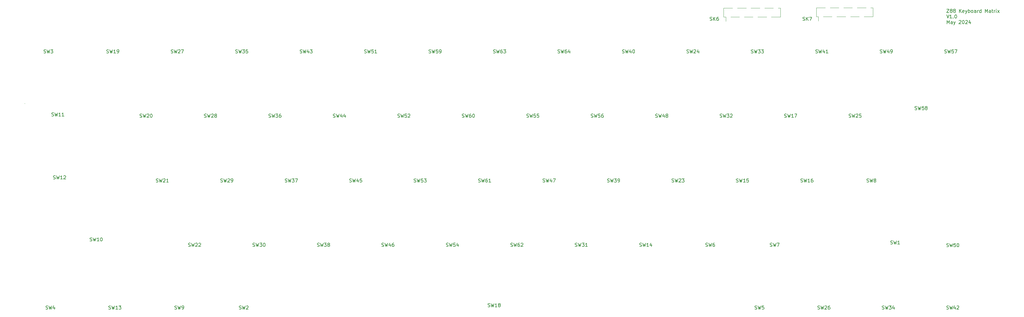
<source format=gbr>
G04 #@! TF.GenerationSoftware,KiCad,Pcbnew,5.1.5+dfsg1-2build2*
G04 #@! TF.CreationDate,2024-05-31T17:47:09+01:00*
G04 #@! TF.ProjectId,membrane1,6d656d62-7261-46e6-9531-2e6b69636164,rev?*
G04 #@! TF.SameCoordinates,Original*
G04 #@! TF.FileFunction,Legend,Top*
G04 #@! TF.FilePolarity,Positive*
%FSLAX46Y46*%
G04 Gerber Fmt 4.6, Leading zero omitted, Abs format (unit mm)*
G04 Created by KiCad (PCBNEW 5.1.5+dfsg1-2build2) date 2024-05-31 17:47:09*
%MOMM*%
%LPD*%
G04 APERTURE LIST*
%ADD10C,0.150000*%
%ADD11C,0.120000*%
G04 APERTURE END LIST*
D10*
X343840357Y-89502380D02*
X344507023Y-89502380D01*
X343840357Y-90502380D01*
X344507023Y-90502380D01*
X345030833Y-89930952D02*
X344935595Y-89883333D01*
X344887976Y-89835714D01*
X344840357Y-89740476D01*
X344840357Y-89692857D01*
X344887976Y-89597619D01*
X344935595Y-89550000D01*
X345030833Y-89502380D01*
X345221309Y-89502380D01*
X345316547Y-89550000D01*
X345364166Y-89597619D01*
X345411785Y-89692857D01*
X345411785Y-89740476D01*
X345364166Y-89835714D01*
X345316547Y-89883333D01*
X345221309Y-89930952D01*
X345030833Y-89930952D01*
X344935595Y-89978571D01*
X344887976Y-90026190D01*
X344840357Y-90121428D01*
X344840357Y-90311904D01*
X344887976Y-90407142D01*
X344935595Y-90454761D01*
X345030833Y-90502380D01*
X345221309Y-90502380D01*
X345316547Y-90454761D01*
X345364166Y-90407142D01*
X345411785Y-90311904D01*
X345411785Y-90121428D01*
X345364166Y-90026190D01*
X345316547Y-89978571D01*
X345221309Y-89930952D01*
X345983214Y-89930952D02*
X345887976Y-89883333D01*
X345840357Y-89835714D01*
X345792738Y-89740476D01*
X345792738Y-89692857D01*
X345840357Y-89597619D01*
X345887976Y-89550000D01*
X345983214Y-89502380D01*
X346173690Y-89502380D01*
X346268928Y-89550000D01*
X346316547Y-89597619D01*
X346364166Y-89692857D01*
X346364166Y-89740476D01*
X346316547Y-89835714D01*
X346268928Y-89883333D01*
X346173690Y-89930952D01*
X345983214Y-89930952D01*
X345887976Y-89978571D01*
X345840357Y-90026190D01*
X345792738Y-90121428D01*
X345792738Y-90311904D01*
X345840357Y-90407142D01*
X345887976Y-90454761D01*
X345983214Y-90502380D01*
X346173690Y-90502380D01*
X346268928Y-90454761D01*
X346316547Y-90407142D01*
X346364166Y-90311904D01*
X346364166Y-90121428D01*
X346316547Y-90026190D01*
X346268928Y-89978571D01*
X346173690Y-89930952D01*
X347554642Y-90502380D02*
X347554642Y-89502380D01*
X348126071Y-90502380D02*
X347697500Y-89930952D01*
X348126071Y-89502380D02*
X347554642Y-90073809D01*
X348935595Y-90454761D02*
X348840357Y-90502380D01*
X348649880Y-90502380D01*
X348554642Y-90454761D01*
X348507023Y-90359523D01*
X348507023Y-89978571D01*
X348554642Y-89883333D01*
X348649880Y-89835714D01*
X348840357Y-89835714D01*
X348935595Y-89883333D01*
X348983214Y-89978571D01*
X348983214Y-90073809D01*
X348507023Y-90169047D01*
X349316547Y-89835714D02*
X349554642Y-90502380D01*
X349792738Y-89835714D02*
X349554642Y-90502380D01*
X349459404Y-90740476D01*
X349411785Y-90788095D01*
X349316547Y-90835714D01*
X350173690Y-90502380D02*
X350173690Y-89502380D01*
X350173690Y-89883333D02*
X350268928Y-89835714D01*
X350459404Y-89835714D01*
X350554642Y-89883333D01*
X350602261Y-89930952D01*
X350649880Y-90026190D01*
X350649880Y-90311904D01*
X350602261Y-90407142D01*
X350554642Y-90454761D01*
X350459404Y-90502380D01*
X350268928Y-90502380D01*
X350173690Y-90454761D01*
X351221309Y-90502380D02*
X351126071Y-90454761D01*
X351078452Y-90407142D01*
X351030833Y-90311904D01*
X351030833Y-90026190D01*
X351078452Y-89930952D01*
X351126071Y-89883333D01*
X351221309Y-89835714D01*
X351364166Y-89835714D01*
X351459404Y-89883333D01*
X351507023Y-89930952D01*
X351554642Y-90026190D01*
X351554642Y-90311904D01*
X351507023Y-90407142D01*
X351459404Y-90454761D01*
X351364166Y-90502380D01*
X351221309Y-90502380D01*
X352411785Y-90502380D02*
X352411785Y-89978571D01*
X352364166Y-89883333D01*
X352268928Y-89835714D01*
X352078452Y-89835714D01*
X351983214Y-89883333D01*
X352411785Y-90454761D02*
X352316547Y-90502380D01*
X352078452Y-90502380D01*
X351983214Y-90454761D01*
X351935595Y-90359523D01*
X351935595Y-90264285D01*
X351983214Y-90169047D01*
X352078452Y-90121428D01*
X352316547Y-90121428D01*
X352411785Y-90073809D01*
X352887976Y-90502380D02*
X352887976Y-89835714D01*
X352887976Y-90026190D02*
X352935595Y-89930952D01*
X352983214Y-89883333D01*
X353078452Y-89835714D01*
X353173690Y-89835714D01*
X353935595Y-90502380D02*
X353935595Y-89502380D01*
X353935595Y-90454761D02*
X353840357Y-90502380D01*
X353649880Y-90502380D01*
X353554642Y-90454761D01*
X353507023Y-90407142D01*
X353459404Y-90311904D01*
X353459404Y-90026190D01*
X353507023Y-89930952D01*
X353554642Y-89883333D01*
X353649880Y-89835714D01*
X353840357Y-89835714D01*
X353935595Y-89883333D01*
X355173690Y-90502380D02*
X355173690Y-89502380D01*
X355507023Y-90216666D01*
X355840357Y-89502380D01*
X355840357Y-90502380D01*
X356745119Y-90502380D02*
X356745119Y-89978571D01*
X356697500Y-89883333D01*
X356602261Y-89835714D01*
X356411785Y-89835714D01*
X356316547Y-89883333D01*
X356745119Y-90454761D02*
X356649880Y-90502380D01*
X356411785Y-90502380D01*
X356316547Y-90454761D01*
X356268928Y-90359523D01*
X356268928Y-90264285D01*
X356316547Y-90169047D01*
X356411785Y-90121428D01*
X356649880Y-90121428D01*
X356745119Y-90073809D01*
X357078452Y-89835714D02*
X357459404Y-89835714D01*
X357221309Y-89502380D02*
X357221309Y-90359523D01*
X357268928Y-90454761D01*
X357364166Y-90502380D01*
X357459404Y-90502380D01*
X357792738Y-90502380D02*
X357792738Y-89835714D01*
X357792738Y-90026190D02*
X357840357Y-89930952D01*
X357887976Y-89883333D01*
X357983214Y-89835714D01*
X358078452Y-89835714D01*
X358411785Y-90502380D02*
X358411785Y-89835714D01*
X358411785Y-89502380D02*
X358364166Y-89550000D01*
X358411785Y-89597619D01*
X358459404Y-89550000D01*
X358411785Y-89502380D01*
X358411785Y-89597619D01*
X358792738Y-90502380D02*
X359316547Y-89835714D01*
X358792738Y-89835714D02*
X359316547Y-90502380D01*
X343792738Y-91152380D02*
X344126071Y-92152380D01*
X344459404Y-91152380D01*
X345316547Y-92152380D02*
X344745119Y-92152380D01*
X345030833Y-92152380D02*
X345030833Y-91152380D01*
X344935595Y-91295238D01*
X344840357Y-91390476D01*
X344745119Y-91438095D01*
X345745119Y-92057142D02*
X345792738Y-92104761D01*
X345745119Y-92152380D01*
X345697500Y-92104761D01*
X345745119Y-92057142D01*
X345745119Y-92152380D01*
X346411785Y-91152380D02*
X346507023Y-91152380D01*
X346602261Y-91200000D01*
X346649880Y-91247619D01*
X346697500Y-91342857D01*
X346745119Y-91533333D01*
X346745119Y-91771428D01*
X346697500Y-91961904D01*
X346649880Y-92057142D01*
X346602261Y-92104761D01*
X346507023Y-92152380D01*
X346411785Y-92152380D01*
X346316547Y-92104761D01*
X346268928Y-92057142D01*
X346221309Y-91961904D01*
X346173690Y-91771428D01*
X346173690Y-91533333D01*
X346221309Y-91342857D01*
X346268928Y-91247619D01*
X346316547Y-91200000D01*
X346411785Y-91152380D01*
X343935595Y-93802380D02*
X343935595Y-92802380D01*
X344268928Y-93516666D01*
X344602261Y-92802380D01*
X344602261Y-93802380D01*
X345507023Y-93802380D02*
X345507023Y-93278571D01*
X345459404Y-93183333D01*
X345364166Y-93135714D01*
X345173690Y-93135714D01*
X345078452Y-93183333D01*
X345507023Y-93754761D02*
X345411785Y-93802380D01*
X345173690Y-93802380D01*
X345078452Y-93754761D01*
X345030833Y-93659523D01*
X345030833Y-93564285D01*
X345078452Y-93469047D01*
X345173690Y-93421428D01*
X345411785Y-93421428D01*
X345507023Y-93373809D01*
X345887976Y-93135714D02*
X346126071Y-93802380D01*
X346364166Y-93135714D02*
X346126071Y-93802380D01*
X346030833Y-94040476D01*
X345983214Y-94088095D01*
X345887976Y-94135714D01*
X347459404Y-92897619D02*
X347507023Y-92850000D01*
X347602261Y-92802380D01*
X347840357Y-92802380D01*
X347935595Y-92850000D01*
X347983214Y-92897619D01*
X348030833Y-92992857D01*
X348030833Y-93088095D01*
X347983214Y-93230952D01*
X347411785Y-93802380D01*
X348030833Y-93802380D01*
X348649880Y-92802380D02*
X348745119Y-92802380D01*
X348840357Y-92850000D01*
X348887976Y-92897619D01*
X348935595Y-92992857D01*
X348983214Y-93183333D01*
X348983214Y-93421428D01*
X348935595Y-93611904D01*
X348887976Y-93707142D01*
X348840357Y-93754761D01*
X348745119Y-93802380D01*
X348649880Y-93802380D01*
X348554642Y-93754761D01*
X348507023Y-93707142D01*
X348459404Y-93611904D01*
X348411785Y-93421428D01*
X348411785Y-93183333D01*
X348459404Y-92992857D01*
X348507023Y-92897619D01*
X348554642Y-92850000D01*
X348649880Y-92802380D01*
X349364166Y-92897619D02*
X349411785Y-92850000D01*
X349507023Y-92802380D01*
X349745119Y-92802380D01*
X349840357Y-92850000D01*
X349887976Y-92897619D01*
X349935595Y-92992857D01*
X349935595Y-93088095D01*
X349887976Y-93230952D01*
X349316547Y-93802380D01*
X349935595Y-93802380D01*
X350792738Y-93135714D02*
X350792738Y-93802380D01*
X350554642Y-92754761D02*
X350316547Y-93469047D01*
X350935595Y-93469047D01*
D11*
X72000000Y-117400000D02*
X72000000Y-117300000D01*
X305990000Y-92940000D02*
X305990000Y-91710000D01*
X319410000Y-91710000D02*
X322060000Y-91710000D01*
X315410000Y-91710000D02*
X317990000Y-91710000D01*
X311410000Y-91710000D02*
X313990000Y-91710000D01*
X307410000Y-91710000D02*
X309990000Y-91710000D01*
X305340000Y-91710000D02*
X305990000Y-91710000D01*
X322060000Y-91710000D02*
X322060000Y-89090000D01*
X321410000Y-89090000D02*
X322060000Y-89090000D01*
X317410000Y-89090000D02*
X319990000Y-89090000D01*
X313410000Y-89090000D02*
X315990000Y-89090000D01*
X309410000Y-89090000D02*
X311990000Y-89090000D01*
X305340000Y-89090000D02*
X307990000Y-89090000D01*
X305340000Y-91710000D02*
X305340000Y-89090000D01*
X278690000Y-93040000D02*
X278690000Y-91810000D01*
X292110000Y-91810000D02*
X294760000Y-91810000D01*
X288110000Y-91810000D02*
X290690000Y-91810000D01*
X284110000Y-91810000D02*
X286690000Y-91810000D01*
X280110000Y-91810000D02*
X282690000Y-91810000D01*
X278040000Y-91810000D02*
X278690000Y-91810000D01*
X294760000Y-91810000D02*
X294760000Y-89190000D01*
X294110000Y-89190000D02*
X294760000Y-89190000D01*
X290110000Y-89190000D02*
X292690000Y-89190000D01*
X286110000Y-89190000D02*
X288690000Y-89190000D01*
X282110000Y-89190000D02*
X284690000Y-89190000D01*
X278040000Y-89190000D02*
X280690000Y-89190000D01*
X278040000Y-91810000D02*
X278040000Y-89190000D01*
D10*
X301438095Y-92804761D02*
X301580952Y-92852380D01*
X301819047Y-92852380D01*
X301914285Y-92804761D01*
X301961904Y-92757142D01*
X302009523Y-92661904D01*
X302009523Y-92566666D01*
X301961904Y-92471428D01*
X301914285Y-92423809D01*
X301819047Y-92376190D01*
X301628571Y-92328571D01*
X301533333Y-92280952D01*
X301485714Y-92233333D01*
X301438095Y-92138095D01*
X301438095Y-92042857D01*
X301485714Y-91947619D01*
X301533333Y-91900000D01*
X301628571Y-91852380D01*
X301866666Y-91852380D01*
X302009523Y-91900000D01*
X302438095Y-92852380D02*
X302438095Y-91852380D01*
X303009523Y-92852380D02*
X302580952Y-92280952D01*
X303009523Y-91852380D02*
X302438095Y-92423809D01*
X303342857Y-91852380D02*
X304009523Y-91852380D01*
X303580952Y-92852380D01*
X274038095Y-92804761D02*
X274180952Y-92852380D01*
X274419047Y-92852380D01*
X274514285Y-92804761D01*
X274561904Y-92757142D01*
X274609523Y-92661904D01*
X274609523Y-92566666D01*
X274561904Y-92471428D01*
X274514285Y-92423809D01*
X274419047Y-92376190D01*
X274228571Y-92328571D01*
X274133333Y-92280952D01*
X274085714Y-92233333D01*
X274038095Y-92138095D01*
X274038095Y-92042857D01*
X274085714Y-91947619D01*
X274133333Y-91900000D01*
X274228571Y-91852380D01*
X274466666Y-91852380D01*
X274609523Y-91900000D01*
X275038095Y-92852380D02*
X275038095Y-91852380D01*
X275609523Y-92852380D02*
X275180952Y-92280952D01*
X275609523Y-91852380D02*
X275038095Y-92423809D01*
X276466666Y-91852380D02*
X276276190Y-91852380D01*
X276180952Y-91900000D01*
X276133333Y-91947619D01*
X276038095Y-92090476D01*
X275990476Y-92280952D01*
X275990476Y-92661904D01*
X276038095Y-92757142D01*
X276085714Y-92804761D01*
X276180952Y-92852380D01*
X276371428Y-92852380D01*
X276466666Y-92804761D01*
X276514285Y-92757142D01*
X276561904Y-92661904D01*
X276561904Y-92423809D01*
X276514285Y-92328571D01*
X276466666Y-92280952D01*
X276371428Y-92233333D01*
X276180952Y-92233333D01*
X276085714Y-92280952D01*
X276038095Y-92328571D01*
X275990476Y-92423809D01*
X91290476Y-157904761D02*
X91433333Y-157952380D01*
X91671428Y-157952380D01*
X91766666Y-157904761D01*
X91814285Y-157857142D01*
X91861904Y-157761904D01*
X91861904Y-157666666D01*
X91814285Y-157571428D01*
X91766666Y-157523809D01*
X91671428Y-157476190D01*
X91480952Y-157428571D01*
X91385714Y-157380952D01*
X91338095Y-157333333D01*
X91290476Y-157238095D01*
X91290476Y-157142857D01*
X91338095Y-157047619D01*
X91385714Y-157000000D01*
X91480952Y-156952380D01*
X91719047Y-156952380D01*
X91861904Y-157000000D01*
X92195238Y-156952380D02*
X92433333Y-157952380D01*
X92623809Y-157238095D01*
X92814285Y-157952380D01*
X93052380Y-156952380D01*
X93957142Y-157952380D02*
X93385714Y-157952380D01*
X93671428Y-157952380D02*
X93671428Y-156952380D01*
X93576190Y-157095238D01*
X93480952Y-157190476D01*
X93385714Y-157238095D01*
X94576190Y-156952380D02*
X94671428Y-156952380D01*
X94766666Y-157000000D01*
X94814285Y-157047619D01*
X94861904Y-157142857D01*
X94909523Y-157333333D01*
X94909523Y-157571428D01*
X94861904Y-157761904D01*
X94814285Y-157857142D01*
X94766666Y-157904761D01*
X94671428Y-157952380D01*
X94576190Y-157952380D01*
X94480952Y-157904761D01*
X94433333Y-157857142D01*
X94385714Y-157761904D01*
X94338095Y-157571428D01*
X94338095Y-157333333D01*
X94385714Y-157142857D01*
X94433333Y-157047619D01*
X94480952Y-157000000D01*
X94576190Y-156952380D01*
X79990476Y-121004761D02*
X80133333Y-121052380D01*
X80371428Y-121052380D01*
X80466666Y-121004761D01*
X80514285Y-120957142D01*
X80561904Y-120861904D01*
X80561904Y-120766666D01*
X80514285Y-120671428D01*
X80466666Y-120623809D01*
X80371428Y-120576190D01*
X80180952Y-120528571D01*
X80085714Y-120480952D01*
X80038095Y-120433333D01*
X79990476Y-120338095D01*
X79990476Y-120242857D01*
X80038095Y-120147619D01*
X80085714Y-120100000D01*
X80180952Y-120052380D01*
X80419047Y-120052380D01*
X80561904Y-120100000D01*
X80895238Y-120052380D02*
X81133333Y-121052380D01*
X81323809Y-120338095D01*
X81514285Y-121052380D01*
X81752380Y-120052380D01*
X82657142Y-121052380D02*
X82085714Y-121052380D01*
X82371428Y-121052380D02*
X82371428Y-120052380D01*
X82276190Y-120195238D01*
X82180952Y-120290476D01*
X82085714Y-120338095D01*
X83609523Y-121052380D02*
X83038095Y-121052380D01*
X83323809Y-121052380D02*
X83323809Y-120052380D01*
X83228571Y-120195238D01*
X83133333Y-120290476D01*
X83038095Y-120338095D01*
X80490476Y-139604761D02*
X80633333Y-139652380D01*
X80871428Y-139652380D01*
X80966666Y-139604761D01*
X81014285Y-139557142D01*
X81061904Y-139461904D01*
X81061904Y-139366666D01*
X81014285Y-139271428D01*
X80966666Y-139223809D01*
X80871428Y-139176190D01*
X80680952Y-139128571D01*
X80585714Y-139080952D01*
X80538095Y-139033333D01*
X80490476Y-138938095D01*
X80490476Y-138842857D01*
X80538095Y-138747619D01*
X80585714Y-138700000D01*
X80680952Y-138652380D01*
X80919047Y-138652380D01*
X81061904Y-138700000D01*
X81395238Y-138652380D02*
X81633333Y-139652380D01*
X81823809Y-138938095D01*
X82014285Y-139652380D01*
X82252380Y-138652380D01*
X83157142Y-139652380D02*
X82585714Y-139652380D01*
X82871428Y-139652380D02*
X82871428Y-138652380D01*
X82776190Y-138795238D01*
X82680952Y-138890476D01*
X82585714Y-138938095D01*
X83538095Y-138747619D02*
X83585714Y-138700000D01*
X83680952Y-138652380D01*
X83919047Y-138652380D01*
X84014285Y-138700000D01*
X84061904Y-138747619D01*
X84109523Y-138842857D01*
X84109523Y-138938095D01*
X84061904Y-139080952D01*
X83490476Y-139652380D01*
X84109523Y-139652380D01*
X327266666Y-158804761D02*
X327409523Y-158852380D01*
X327647619Y-158852380D01*
X327742857Y-158804761D01*
X327790476Y-158757142D01*
X327838095Y-158661904D01*
X327838095Y-158566666D01*
X327790476Y-158471428D01*
X327742857Y-158423809D01*
X327647619Y-158376190D01*
X327457142Y-158328571D01*
X327361904Y-158280952D01*
X327314285Y-158233333D01*
X327266666Y-158138095D01*
X327266666Y-158042857D01*
X327314285Y-157947619D01*
X327361904Y-157900000D01*
X327457142Y-157852380D01*
X327695238Y-157852380D01*
X327838095Y-157900000D01*
X328171428Y-157852380D02*
X328409523Y-158852380D01*
X328600000Y-158138095D01*
X328790476Y-158852380D01*
X329028571Y-157852380D01*
X329933333Y-158852380D02*
X329361904Y-158852380D01*
X329647619Y-158852380D02*
X329647619Y-157852380D01*
X329552380Y-157995238D01*
X329457142Y-158090476D01*
X329361904Y-158138095D01*
X334440476Y-119154761D02*
X334583333Y-119202380D01*
X334821428Y-119202380D01*
X334916666Y-119154761D01*
X334964285Y-119107142D01*
X335011904Y-119011904D01*
X335011904Y-118916666D01*
X334964285Y-118821428D01*
X334916666Y-118773809D01*
X334821428Y-118726190D01*
X334630952Y-118678571D01*
X334535714Y-118630952D01*
X334488095Y-118583333D01*
X334440476Y-118488095D01*
X334440476Y-118392857D01*
X334488095Y-118297619D01*
X334535714Y-118250000D01*
X334630952Y-118202380D01*
X334869047Y-118202380D01*
X335011904Y-118250000D01*
X335345238Y-118202380D02*
X335583333Y-119202380D01*
X335773809Y-118488095D01*
X335964285Y-119202380D01*
X336202380Y-118202380D01*
X337059523Y-118202380D02*
X336583333Y-118202380D01*
X336535714Y-118678571D01*
X336583333Y-118630952D01*
X336678571Y-118583333D01*
X336916666Y-118583333D01*
X337011904Y-118630952D01*
X337059523Y-118678571D01*
X337107142Y-118773809D01*
X337107142Y-119011904D01*
X337059523Y-119107142D01*
X337011904Y-119154761D01*
X336916666Y-119202380D01*
X336678571Y-119202380D01*
X336583333Y-119154761D01*
X336535714Y-119107142D01*
X337678571Y-118630952D02*
X337583333Y-118583333D01*
X337535714Y-118535714D01*
X337488095Y-118440476D01*
X337488095Y-118392857D01*
X337535714Y-118297619D01*
X337583333Y-118250000D01*
X337678571Y-118202380D01*
X337869047Y-118202380D01*
X337964285Y-118250000D01*
X338011904Y-118297619D01*
X338059523Y-118392857D01*
X338059523Y-118440476D01*
X338011904Y-118535714D01*
X337964285Y-118583333D01*
X337869047Y-118630952D01*
X337678571Y-118630952D01*
X337583333Y-118678571D01*
X337535714Y-118726190D01*
X337488095Y-118821428D01*
X337488095Y-119011904D01*
X337535714Y-119107142D01*
X337583333Y-119154761D01*
X337678571Y-119202380D01*
X337869047Y-119202380D01*
X337964285Y-119154761D01*
X338011904Y-119107142D01*
X338059523Y-119011904D01*
X338059523Y-118821428D01*
X338011904Y-118726190D01*
X337964285Y-118678571D01*
X337869047Y-118630952D01*
X343790476Y-159604761D02*
X343933333Y-159652380D01*
X344171428Y-159652380D01*
X344266666Y-159604761D01*
X344314285Y-159557142D01*
X344361904Y-159461904D01*
X344361904Y-159366666D01*
X344314285Y-159271428D01*
X344266666Y-159223809D01*
X344171428Y-159176190D01*
X343980952Y-159128571D01*
X343885714Y-159080952D01*
X343838095Y-159033333D01*
X343790476Y-158938095D01*
X343790476Y-158842857D01*
X343838095Y-158747619D01*
X343885714Y-158700000D01*
X343980952Y-158652380D01*
X344219047Y-158652380D01*
X344361904Y-158700000D01*
X344695238Y-158652380D02*
X344933333Y-159652380D01*
X345123809Y-158938095D01*
X345314285Y-159652380D01*
X345552380Y-158652380D01*
X346409523Y-158652380D02*
X345933333Y-158652380D01*
X345885714Y-159128571D01*
X345933333Y-159080952D01*
X346028571Y-159033333D01*
X346266666Y-159033333D01*
X346361904Y-159080952D01*
X346409523Y-159128571D01*
X346457142Y-159223809D01*
X346457142Y-159461904D01*
X346409523Y-159557142D01*
X346361904Y-159604761D01*
X346266666Y-159652380D01*
X346028571Y-159652380D01*
X345933333Y-159604761D01*
X345885714Y-159557142D01*
X347076190Y-158652380D02*
X347171428Y-158652380D01*
X347266666Y-158700000D01*
X347314285Y-158747619D01*
X347361904Y-158842857D01*
X347409523Y-159033333D01*
X347409523Y-159271428D01*
X347361904Y-159461904D01*
X347314285Y-159557142D01*
X347266666Y-159604761D01*
X347171428Y-159652380D01*
X347076190Y-159652380D01*
X346980952Y-159604761D01*
X346933333Y-159557142D01*
X346885714Y-159461904D01*
X346838095Y-159271428D01*
X346838095Y-159033333D01*
X346885714Y-158842857D01*
X346933333Y-158747619D01*
X346980952Y-158700000D01*
X347076190Y-158652380D01*
X208590476Y-177304761D02*
X208733333Y-177352380D01*
X208971428Y-177352380D01*
X209066666Y-177304761D01*
X209114285Y-177257142D01*
X209161904Y-177161904D01*
X209161904Y-177066666D01*
X209114285Y-176971428D01*
X209066666Y-176923809D01*
X208971428Y-176876190D01*
X208780952Y-176828571D01*
X208685714Y-176780952D01*
X208638095Y-176733333D01*
X208590476Y-176638095D01*
X208590476Y-176542857D01*
X208638095Y-176447619D01*
X208685714Y-176400000D01*
X208780952Y-176352380D01*
X209019047Y-176352380D01*
X209161904Y-176400000D01*
X209495238Y-176352380D02*
X209733333Y-177352380D01*
X209923809Y-176638095D01*
X210114285Y-177352380D01*
X210352380Y-176352380D01*
X211257142Y-177352380D02*
X210685714Y-177352380D01*
X210971428Y-177352380D02*
X210971428Y-176352380D01*
X210876190Y-176495238D01*
X210780952Y-176590476D01*
X210685714Y-176638095D01*
X211828571Y-176780952D02*
X211733333Y-176733333D01*
X211685714Y-176685714D01*
X211638095Y-176590476D01*
X211638095Y-176542857D01*
X211685714Y-176447619D01*
X211733333Y-176400000D01*
X211828571Y-176352380D01*
X212019047Y-176352380D01*
X212114285Y-176400000D01*
X212161904Y-176447619D01*
X212209523Y-176542857D01*
X212209523Y-176590476D01*
X212161904Y-176685714D01*
X212114285Y-176733333D01*
X212019047Y-176780952D01*
X211828571Y-176780952D01*
X211733333Y-176828571D01*
X211685714Y-176876190D01*
X211638095Y-176971428D01*
X211638095Y-177161904D01*
X211685714Y-177257142D01*
X211733333Y-177304761D01*
X211828571Y-177352380D01*
X212019047Y-177352380D01*
X212114285Y-177304761D01*
X212161904Y-177257142D01*
X212209523Y-177161904D01*
X212209523Y-176971428D01*
X212161904Y-176876190D01*
X212114285Y-176828571D01*
X212019047Y-176780952D01*
X343790476Y-178004761D02*
X343933333Y-178052380D01*
X344171428Y-178052380D01*
X344266666Y-178004761D01*
X344314285Y-177957142D01*
X344361904Y-177861904D01*
X344361904Y-177766666D01*
X344314285Y-177671428D01*
X344266666Y-177623809D01*
X344171428Y-177576190D01*
X343980952Y-177528571D01*
X343885714Y-177480952D01*
X343838095Y-177433333D01*
X343790476Y-177338095D01*
X343790476Y-177242857D01*
X343838095Y-177147619D01*
X343885714Y-177100000D01*
X343980952Y-177052380D01*
X344219047Y-177052380D01*
X344361904Y-177100000D01*
X344695238Y-177052380D02*
X344933333Y-178052380D01*
X345123809Y-177338095D01*
X345314285Y-178052380D01*
X345552380Y-177052380D01*
X346361904Y-177385714D02*
X346361904Y-178052380D01*
X346123809Y-177004761D02*
X345885714Y-177719047D01*
X346504761Y-177719047D01*
X346838095Y-177147619D02*
X346885714Y-177100000D01*
X346980952Y-177052380D01*
X347219047Y-177052380D01*
X347314285Y-177100000D01*
X347361904Y-177147619D01*
X347409523Y-177242857D01*
X347409523Y-177338095D01*
X347361904Y-177480952D01*
X346790476Y-178052380D01*
X347409523Y-178052380D01*
X116266666Y-178004761D02*
X116409523Y-178052380D01*
X116647619Y-178052380D01*
X116742857Y-178004761D01*
X116790476Y-177957142D01*
X116838095Y-177861904D01*
X116838095Y-177766666D01*
X116790476Y-177671428D01*
X116742857Y-177623809D01*
X116647619Y-177576190D01*
X116457142Y-177528571D01*
X116361904Y-177480952D01*
X116314285Y-177433333D01*
X116266666Y-177338095D01*
X116266666Y-177242857D01*
X116314285Y-177147619D01*
X116361904Y-177100000D01*
X116457142Y-177052380D01*
X116695238Y-177052380D01*
X116838095Y-177100000D01*
X117171428Y-177052380D02*
X117409523Y-178052380D01*
X117600000Y-177338095D01*
X117790476Y-178052380D01*
X118028571Y-177052380D01*
X118457142Y-178052380D02*
X118647619Y-178052380D01*
X118742857Y-178004761D01*
X118790476Y-177957142D01*
X118885714Y-177814285D01*
X118933333Y-177623809D01*
X118933333Y-177242857D01*
X118885714Y-177147619D01*
X118838095Y-177100000D01*
X118742857Y-177052380D01*
X118552380Y-177052380D01*
X118457142Y-177100000D01*
X118409523Y-177147619D01*
X118361904Y-177242857D01*
X118361904Y-177480952D01*
X118409523Y-177576190D01*
X118457142Y-177623809D01*
X118552380Y-177671428D01*
X118742857Y-177671428D01*
X118838095Y-177623809D01*
X118885714Y-177576190D01*
X118933333Y-177480952D01*
X135266666Y-178004761D02*
X135409523Y-178052380D01*
X135647619Y-178052380D01*
X135742857Y-178004761D01*
X135790476Y-177957142D01*
X135838095Y-177861904D01*
X135838095Y-177766666D01*
X135790476Y-177671428D01*
X135742857Y-177623809D01*
X135647619Y-177576190D01*
X135457142Y-177528571D01*
X135361904Y-177480952D01*
X135314285Y-177433333D01*
X135266666Y-177338095D01*
X135266666Y-177242857D01*
X135314285Y-177147619D01*
X135361904Y-177100000D01*
X135457142Y-177052380D01*
X135695238Y-177052380D01*
X135838095Y-177100000D01*
X136171428Y-177052380D02*
X136409523Y-178052380D01*
X136600000Y-177338095D01*
X136790476Y-178052380D01*
X137028571Y-177052380D01*
X137361904Y-177147619D02*
X137409523Y-177100000D01*
X137504761Y-177052380D01*
X137742857Y-177052380D01*
X137838095Y-177100000D01*
X137885714Y-177147619D01*
X137933333Y-177242857D01*
X137933333Y-177338095D01*
X137885714Y-177480952D01*
X137314285Y-178052380D01*
X137933333Y-178052380D01*
X78266666Y-178004761D02*
X78409523Y-178052380D01*
X78647619Y-178052380D01*
X78742857Y-178004761D01*
X78790476Y-177957142D01*
X78838095Y-177861904D01*
X78838095Y-177766666D01*
X78790476Y-177671428D01*
X78742857Y-177623809D01*
X78647619Y-177576190D01*
X78457142Y-177528571D01*
X78361904Y-177480952D01*
X78314285Y-177433333D01*
X78266666Y-177338095D01*
X78266666Y-177242857D01*
X78314285Y-177147619D01*
X78361904Y-177100000D01*
X78457142Y-177052380D01*
X78695238Y-177052380D01*
X78838095Y-177100000D01*
X79171428Y-177052380D02*
X79409523Y-178052380D01*
X79600000Y-177338095D01*
X79790476Y-178052380D01*
X80028571Y-177052380D01*
X80838095Y-177385714D02*
X80838095Y-178052380D01*
X80600000Y-177004761D02*
X80361904Y-177719047D01*
X80980952Y-177719047D01*
X287266666Y-178004761D02*
X287409523Y-178052380D01*
X287647619Y-178052380D01*
X287742857Y-178004761D01*
X287790476Y-177957142D01*
X287838095Y-177861904D01*
X287838095Y-177766666D01*
X287790476Y-177671428D01*
X287742857Y-177623809D01*
X287647619Y-177576190D01*
X287457142Y-177528571D01*
X287361904Y-177480952D01*
X287314285Y-177433333D01*
X287266666Y-177338095D01*
X287266666Y-177242857D01*
X287314285Y-177147619D01*
X287361904Y-177100000D01*
X287457142Y-177052380D01*
X287695238Y-177052380D01*
X287838095Y-177100000D01*
X288171428Y-177052380D02*
X288409523Y-178052380D01*
X288600000Y-177338095D01*
X288790476Y-178052380D01*
X289028571Y-177052380D01*
X289885714Y-177052380D02*
X289409523Y-177052380D01*
X289361904Y-177528571D01*
X289409523Y-177480952D01*
X289504761Y-177433333D01*
X289742857Y-177433333D01*
X289838095Y-177480952D01*
X289885714Y-177528571D01*
X289933333Y-177623809D01*
X289933333Y-177861904D01*
X289885714Y-177957142D01*
X289838095Y-178004761D01*
X289742857Y-178052380D01*
X289504761Y-178052380D01*
X289409523Y-178004761D01*
X289361904Y-177957142D01*
X324790476Y-178004761D02*
X324933333Y-178052380D01*
X325171428Y-178052380D01*
X325266666Y-178004761D01*
X325314285Y-177957142D01*
X325361904Y-177861904D01*
X325361904Y-177766666D01*
X325314285Y-177671428D01*
X325266666Y-177623809D01*
X325171428Y-177576190D01*
X324980952Y-177528571D01*
X324885714Y-177480952D01*
X324838095Y-177433333D01*
X324790476Y-177338095D01*
X324790476Y-177242857D01*
X324838095Y-177147619D01*
X324885714Y-177100000D01*
X324980952Y-177052380D01*
X325219047Y-177052380D01*
X325361904Y-177100000D01*
X325695238Y-177052380D02*
X325933333Y-178052380D01*
X326123809Y-177338095D01*
X326314285Y-178052380D01*
X326552380Y-177052380D01*
X326838095Y-177052380D02*
X327457142Y-177052380D01*
X327123809Y-177433333D01*
X327266666Y-177433333D01*
X327361904Y-177480952D01*
X327409523Y-177528571D01*
X327457142Y-177623809D01*
X327457142Y-177861904D01*
X327409523Y-177957142D01*
X327361904Y-178004761D01*
X327266666Y-178052380D01*
X326980952Y-178052380D01*
X326885714Y-178004761D01*
X326838095Y-177957142D01*
X328314285Y-177385714D02*
X328314285Y-178052380D01*
X328076190Y-177004761D02*
X327838095Y-177719047D01*
X328457142Y-177719047D01*
X96790476Y-178004761D02*
X96933333Y-178052380D01*
X97171428Y-178052380D01*
X97266666Y-178004761D01*
X97314285Y-177957142D01*
X97361904Y-177861904D01*
X97361904Y-177766666D01*
X97314285Y-177671428D01*
X97266666Y-177623809D01*
X97171428Y-177576190D01*
X96980952Y-177528571D01*
X96885714Y-177480952D01*
X96838095Y-177433333D01*
X96790476Y-177338095D01*
X96790476Y-177242857D01*
X96838095Y-177147619D01*
X96885714Y-177100000D01*
X96980952Y-177052380D01*
X97219047Y-177052380D01*
X97361904Y-177100000D01*
X97695238Y-177052380D02*
X97933333Y-178052380D01*
X98123809Y-177338095D01*
X98314285Y-178052380D01*
X98552380Y-177052380D01*
X99457142Y-178052380D02*
X98885714Y-178052380D01*
X99171428Y-178052380D02*
X99171428Y-177052380D01*
X99076190Y-177195238D01*
X98980952Y-177290476D01*
X98885714Y-177338095D01*
X99790476Y-177052380D02*
X100409523Y-177052380D01*
X100076190Y-177433333D01*
X100219047Y-177433333D01*
X100314285Y-177480952D01*
X100361904Y-177528571D01*
X100409523Y-177623809D01*
X100409523Y-177861904D01*
X100361904Y-177957142D01*
X100314285Y-178004761D01*
X100219047Y-178052380D01*
X99933333Y-178052380D01*
X99838095Y-178004761D01*
X99790476Y-177957142D01*
X305790476Y-178004761D02*
X305933333Y-178052380D01*
X306171428Y-178052380D01*
X306266666Y-178004761D01*
X306314285Y-177957142D01*
X306361904Y-177861904D01*
X306361904Y-177766666D01*
X306314285Y-177671428D01*
X306266666Y-177623809D01*
X306171428Y-177576190D01*
X305980952Y-177528571D01*
X305885714Y-177480952D01*
X305838095Y-177433333D01*
X305790476Y-177338095D01*
X305790476Y-177242857D01*
X305838095Y-177147619D01*
X305885714Y-177100000D01*
X305980952Y-177052380D01*
X306219047Y-177052380D01*
X306361904Y-177100000D01*
X306695238Y-177052380D02*
X306933333Y-178052380D01*
X307123809Y-177338095D01*
X307314285Y-178052380D01*
X307552380Y-177052380D01*
X307885714Y-177147619D02*
X307933333Y-177100000D01*
X308028571Y-177052380D01*
X308266666Y-177052380D01*
X308361904Y-177100000D01*
X308409523Y-177147619D01*
X308457142Y-177242857D01*
X308457142Y-177338095D01*
X308409523Y-177480952D01*
X307838095Y-178052380D01*
X308457142Y-178052380D01*
X309314285Y-177052380D02*
X309123809Y-177052380D01*
X309028571Y-177100000D01*
X308980952Y-177147619D01*
X308885714Y-177290476D01*
X308838095Y-177480952D01*
X308838095Y-177861904D01*
X308885714Y-177957142D01*
X308933333Y-178004761D01*
X309028571Y-178052380D01*
X309219047Y-178052380D01*
X309314285Y-178004761D01*
X309361904Y-177957142D01*
X309409523Y-177861904D01*
X309409523Y-177623809D01*
X309361904Y-177528571D01*
X309314285Y-177480952D01*
X309219047Y-177433333D01*
X309028571Y-177433333D01*
X308933333Y-177480952D01*
X308885714Y-177528571D01*
X308838095Y-177623809D01*
X158290476Y-159504761D02*
X158433333Y-159552380D01*
X158671428Y-159552380D01*
X158766666Y-159504761D01*
X158814285Y-159457142D01*
X158861904Y-159361904D01*
X158861904Y-159266666D01*
X158814285Y-159171428D01*
X158766666Y-159123809D01*
X158671428Y-159076190D01*
X158480952Y-159028571D01*
X158385714Y-158980952D01*
X158338095Y-158933333D01*
X158290476Y-158838095D01*
X158290476Y-158742857D01*
X158338095Y-158647619D01*
X158385714Y-158600000D01*
X158480952Y-158552380D01*
X158719047Y-158552380D01*
X158861904Y-158600000D01*
X159195238Y-158552380D02*
X159433333Y-159552380D01*
X159623809Y-158838095D01*
X159814285Y-159552380D01*
X160052380Y-158552380D01*
X160338095Y-158552380D02*
X160957142Y-158552380D01*
X160623809Y-158933333D01*
X160766666Y-158933333D01*
X160861904Y-158980952D01*
X160909523Y-159028571D01*
X160957142Y-159123809D01*
X160957142Y-159361904D01*
X160909523Y-159457142D01*
X160861904Y-159504761D01*
X160766666Y-159552380D01*
X160480952Y-159552380D01*
X160385714Y-159504761D01*
X160338095Y-159457142D01*
X161528571Y-158980952D02*
X161433333Y-158933333D01*
X161385714Y-158885714D01*
X161338095Y-158790476D01*
X161338095Y-158742857D01*
X161385714Y-158647619D01*
X161433333Y-158600000D01*
X161528571Y-158552380D01*
X161719047Y-158552380D01*
X161814285Y-158600000D01*
X161861904Y-158647619D01*
X161909523Y-158742857D01*
X161909523Y-158790476D01*
X161861904Y-158885714D01*
X161814285Y-158933333D01*
X161719047Y-158980952D01*
X161528571Y-158980952D01*
X161433333Y-159028571D01*
X161385714Y-159076190D01*
X161338095Y-159171428D01*
X161338095Y-159361904D01*
X161385714Y-159457142D01*
X161433333Y-159504761D01*
X161528571Y-159552380D01*
X161719047Y-159552380D01*
X161814285Y-159504761D01*
X161861904Y-159457142D01*
X161909523Y-159361904D01*
X161909523Y-159171428D01*
X161861904Y-159076190D01*
X161814285Y-159028571D01*
X161719047Y-158980952D01*
X196290476Y-159504761D02*
X196433333Y-159552380D01*
X196671428Y-159552380D01*
X196766666Y-159504761D01*
X196814285Y-159457142D01*
X196861904Y-159361904D01*
X196861904Y-159266666D01*
X196814285Y-159171428D01*
X196766666Y-159123809D01*
X196671428Y-159076190D01*
X196480952Y-159028571D01*
X196385714Y-158980952D01*
X196338095Y-158933333D01*
X196290476Y-158838095D01*
X196290476Y-158742857D01*
X196338095Y-158647619D01*
X196385714Y-158600000D01*
X196480952Y-158552380D01*
X196719047Y-158552380D01*
X196861904Y-158600000D01*
X197195238Y-158552380D02*
X197433333Y-159552380D01*
X197623809Y-158838095D01*
X197814285Y-159552380D01*
X198052380Y-158552380D01*
X198909523Y-158552380D02*
X198433333Y-158552380D01*
X198385714Y-159028571D01*
X198433333Y-158980952D01*
X198528571Y-158933333D01*
X198766666Y-158933333D01*
X198861904Y-158980952D01*
X198909523Y-159028571D01*
X198957142Y-159123809D01*
X198957142Y-159361904D01*
X198909523Y-159457142D01*
X198861904Y-159504761D01*
X198766666Y-159552380D01*
X198528571Y-159552380D01*
X198433333Y-159504761D01*
X198385714Y-159457142D01*
X199814285Y-158885714D02*
X199814285Y-159552380D01*
X199576190Y-158504761D02*
X199338095Y-159219047D01*
X199957142Y-159219047D01*
X215290476Y-159504761D02*
X215433333Y-159552380D01*
X215671428Y-159552380D01*
X215766666Y-159504761D01*
X215814285Y-159457142D01*
X215861904Y-159361904D01*
X215861904Y-159266666D01*
X215814285Y-159171428D01*
X215766666Y-159123809D01*
X215671428Y-159076190D01*
X215480952Y-159028571D01*
X215385714Y-158980952D01*
X215338095Y-158933333D01*
X215290476Y-158838095D01*
X215290476Y-158742857D01*
X215338095Y-158647619D01*
X215385714Y-158600000D01*
X215480952Y-158552380D01*
X215719047Y-158552380D01*
X215861904Y-158600000D01*
X216195238Y-158552380D02*
X216433333Y-159552380D01*
X216623809Y-158838095D01*
X216814285Y-159552380D01*
X217052380Y-158552380D01*
X217861904Y-158552380D02*
X217671428Y-158552380D01*
X217576190Y-158600000D01*
X217528571Y-158647619D01*
X217433333Y-158790476D01*
X217385714Y-158980952D01*
X217385714Y-159361904D01*
X217433333Y-159457142D01*
X217480952Y-159504761D01*
X217576190Y-159552380D01*
X217766666Y-159552380D01*
X217861904Y-159504761D01*
X217909523Y-159457142D01*
X217957142Y-159361904D01*
X217957142Y-159123809D01*
X217909523Y-159028571D01*
X217861904Y-158980952D01*
X217766666Y-158933333D01*
X217576190Y-158933333D01*
X217480952Y-158980952D01*
X217433333Y-159028571D01*
X217385714Y-159123809D01*
X218338095Y-158647619D02*
X218385714Y-158600000D01*
X218480952Y-158552380D01*
X218719047Y-158552380D01*
X218814285Y-158600000D01*
X218861904Y-158647619D01*
X218909523Y-158742857D01*
X218909523Y-158838095D01*
X218861904Y-158980952D01*
X218290476Y-159552380D01*
X218909523Y-159552380D01*
X177290476Y-159504761D02*
X177433333Y-159552380D01*
X177671428Y-159552380D01*
X177766666Y-159504761D01*
X177814285Y-159457142D01*
X177861904Y-159361904D01*
X177861904Y-159266666D01*
X177814285Y-159171428D01*
X177766666Y-159123809D01*
X177671428Y-159076190D01*
X177480952Y-159028571D01*
X177385714Y-158980952D01*
X177338095Y-158933333D01*
X177290476Y-158838095D01*
X177290476Y-158742857D01*
X177338095Y-158647619D01*
X177385714Y-158600000D01*
X177480952Y-158552380D01*
X177719047Y-158552380D01*
X177861904Y-158600000D01*
X178195238Y-158552380D02*
X178433333Y-159552380D01*
X178623809Y-158838095D01*
X178814285Y-159552380D01*
X179052380Y-158552380D01*
X179861904Y-158885714D02*
X179861904Y-159552380D01*
X179623809Y-158504761D02*
X179385714Y-159219047D01*
X180004761Y-159219047D01*
X180814285Y-158552380D02*
X180623809Y-158552380D01*
X180528571Y-158600000D01*
X180480952Y-158647619D01*
X180385714Y-158790476D01*
X180338095Y-158980952D01*
X180338095Y-159361904D01*
X180385714Y-159457142D01*
X180433333Y-159504761D01*
X180528571Y-159552380D01*
X180719047Y-159552380D01*
X180814285Y-159504761D01*
X180861904Y-159457142D01*
X180909523Y-159361904D01*
X180909523Y-159123809D01*
X180861904Y-159028571D01*
X180814285Y-158980952D01*
X180719047Y-158933333D01*
X180528571Y-158933333D01*
X180433333Y-158980952D01*
X180385714Y-159028571D01*
X180338095Y-159123809D01*
X120290476Y-159504761D02*
X120433333Y-159552380D01*
X120671428Y-159552380D01*
X120766666Y-159504761D01*
X120814285Y-159457142D01*
X120861904Y-159361904D01*
X120861904Y-159266666D01*
X120814285Y-159171428D01*
X120766666Y-159123809D01*
X120671428Y-159076190D01*
X120480952Y-159028571D01*
X120385714Y-158980952D01*
X120338095Y-158933333D01*
X120290476Y-158838095D01*
X120290476Y-158742857D01*
X120338095Y-158647619D01*
X120385714Y-158600000D01*
X120480952Y-158552380D01*
X120719047Y-158552380D01*
X120861904Y-158600000D01*
X121195238Y-158552380D02*
X121433333Y-159552380D01*
X121623809Y-158838095D01*
X121814285Y-159552380D01*
X122052380Y-158552380D01*
X122385714Y-158647619D02*
X122433333Y-158600000D01*
X122528571Y-158552380D01*
X122766666Y-158552380D01*
X122861904Y-158600000D01*
X122909523Y-158647619D01*
X122957142Y-158742857D01*
X122957142Y-158838095D01*
X122909523Y-158980952D01*
X122338095Y-159552380D01*
X122957142Y-159552380D01*
X123338095Y-158647619D02*
X123385714Y-158600000D01*
X123480952Y-158552380D01*
X123719047Y-158552380D01*
X123814285Y-158600000D01*
X123861904Y-158647619D01*
X123909523Y-158742857D01*
X123909523Y-158838095D01*
X123861904Y-158980952D01*
X123290476Y-159552380D01*
X123909523Y-159552380D01*
X234290476Y-159504761D02*
X234433333Y-159552380D01*
X234671428Y-159552380D01*
X234766666Y-159504761D01*
X234814285Y-159457142D01*
X234861904Y-159361904D01*
X234861904Y-159266666D01*
X234814285Y-159171428D01*
X234766666Y-159123809D01*
X234671428Y-159076190D01*
X234480952Y-159028571D01*
X234385714Y-158980952D01*
X234338095Y-158933333D01*
X234290476Y-158838095D01*
X234290476Y-158742857D01*
X234338095Y-158647619D01*
X234385714Y-158600000D01*
X234480952Y-158552380D01*
X234719047Y-158552380D01*
X234861904Y-158600000D01*
X235195238Y-158552380D02*
X235433333Y-159552380D01*
X235623809Y-158838095D01*
X235814285Y-159552380D01*
X236052380Y-158552380D01*
X236338095Y-158552380D02*
X236957142Y-158552380D01*
X236623809Y-158933333D01*
X236766666Y-158933333D01*
X236861904Y-158980952D01*
X236909523Y-159028571D01*
X236957142Y-159123809D01*
X236957142Y-159361904D01*
X236909523Y-159457142D01*
X236861904Y-159504761D01*
X236766666Y-159552380D01*
X236480952Y-159552380D01*
X236385714Y-159504761D01*
X236338095Y-159457142D01*
X237909523Y-159552380D02*
X237338095Y-159552380D01*
X237623809Y-159552380D02*
X237623809Y-158552380D01*
X237528571Y-158695238D01*
X237433333Y-158790476D01*
X237338095Y-158838095D01*
X139290476Y-159504761D02*
X139433333Y-159552380D01*
X139671428Y-159552380D01*
X139766666Y-159504761D01*
X139814285Y-159457142D01*
X139861904Y-159361904D01*
X139861904Y-159266666D01*
X139814285Y-159171428D01*
X139766666Y-159123809D01*
X139671428Y-159076190D01*
X139480952Y-159028571D01*
X139385714Y-158980952D01*
X139338095Y-158933333D01*
X139290476Y-158838095D01*
X139290476Y-158742857D01*
X139338095Y-158647619D01*
X139385714Y-158600000D01*
X139480952Y-158552380D01*
X139719047Y-158552380D01*
X139861904Y-158600000D01*
X140195238Y-158552380D02*
X140433333Y-159552380D01*
X140623809Y-158838095D01*
X140814285Y-159552380D01*
X141052380Y-158552380D01*
X141338095Y-158552380D02*
X141957142Y-158552380D01*
X141623809Y-158933333D01*
X141766666Y-158933333D01*
X141861904Y-158980952D01*
X141909523Y-159028571D01*
X141957142Y-159123809D01*
X141957142Y-159361904D01*
X141909523Y-159457142D01*
X141861904Y-159504761D01*
X141766666Y-159552380D01*
X141480952Y-159552380D01*
X141385714Y-159504761D01*
X141338095Y-159457142D01*
X142576190Y-158552380D02*
X142671428Y-158552380D01*
X142766666Y-158600000D01*
X142814285Y-158647619D01*
X142861904Y-158742857D01*
X142909523Y-158933333D01*
X142909523Y-159171428D01*
X142861904Y-159361904D01*
X142814285Y-159457142D01*
X142766666Y-159504761D01*
X142671428Y-159552380D01*
X142576190Y-159552380D01*
X142480952Y-159504761D01*
X142433333Y-159457142D01*
X142385714Y-159361904D01*
X142338095Y-159171428D01*
X142338095Y-158933333D01*
X142385714Y-158742857D01*
X142433333Y-158647619D01*
X142480952Y-158600000D01*
X142576190Y-158552380D01*
X291766666Y-159504761D02*
X291909523Y-159552380D01*
X292147619Y-159552380D01*
X292242857Y-159504761D01*
X292290476Y-159457142D01*
X292338095Y-159361904D01*
X292338095Y-159266666D01*
X292290476Y-159171428D01*
X292242857Y-159123809D01*
X292147619Y-159076190D01*
X291957142Y-159028571D01*
X291861904Y-158980952D01*
X291814285Y-158933333D01*
X291766666Y-158838095D01*
X291766666Y-158742857D01*
X291814285Y-158647619D01*
X291861904Y-158600000D01*
X291957142Y-158552380D01*
X292195238Y-158552380D01*
X292338095Y-158600000D01*
X292671428Y-158552380D02*
X292909523Y-159552380D01*
X293100000Y-158838095D01*
X293290476Y-159552380D01*
X293528571Y-158552380D01*
X293814285Y-158552380D02*
X294480952Y-158552380D01*
X294052380Y-159552380D01*
X253290476Y-159504761D02*
X253433333Y-159552380D01*
X253671428Y-159552380D01*
X253766666Y-159504761D01*
X253814285Y-159457142D01*
X253861904Y-159361904D01*
X253861904Y-159266666D01*
X253814285Y-159171428D01*
X253766666Y-159123809D01*
X253671428Y-159076190D01*
X253480952Y-159028571D01*
X253385714Y-158980952D01*
X253338095Y-158933333D01*
X253290476Y-158838095D01*
X253290476Y-158742857D01*
X253338095Y-158647619D01*
X253385714Y-158600000D01*
X253480952Y-158552380D01*
X253719047Y-158552380D01*
X253861904Y-158600000D01*
X254195238Y-158552380D02*
X254433333Y-159552380D01*
X254623809Y-158838095D01*
X254814285Y-159552380D01*
X255052380Y-158552380D01*
X255957142Y-159552380D02*
X255385714Y-159552380D01*
X255671428Y-159552380D02*
X255671428Y-158552380D01*
X255576190Y-158695238D01*
X255480952Y-158790476D01*
X255385714Y-158838095D01*
X256814285Y-158885714D02*
X256814285Y-159552380D01*
X256576190Y-158504761D02*
X256338095Y-159219047D01*
X256957142Y-159219047D01*
X272766666Y-159504761D02*
X272909523Y-159552380D01*
X273147619Y-159552380D01*
X273242857Y-159504761D01*
X273290476Y-159457142D01*
X273338095Y-159361904D01*
X273338095Y-159266666D01*
X273290476Y-159171428D01*
X273242857Y-159123809D01*
X273147619Y-159076190D01*
X272957142Y-159028571D01*
X272861904Y-158980952D01*
X272814285Y-158933333D01*
X272766666Y-158838095D01*
X272766666Y-158742857D01*
X272814285Y-158647619D01*
X272861904Y-158600000D01*
X272957142Y-158552380D01*
X273195238Y-158552380D01*
X273338095Y-158600000D01*
X273671428Y-158552380D02*
X273909523Y-159552380D01*
X274100000Y-158838095D01*
X274290476Y-159552380D01*
X274528571Y-158552380D01*
X275338095Y-158552380D02*
X275147619Y-158552380D01*
X275052380Y-158600000D01*
X275004761Y-158647619D01*
X274909523Y-158790476D01*
X274861904Y-158980952D01*
X274861904Y-159361904D01*
X274909523Y-159457142D01*
X274957142Y-159504761D01*
X275052380Y-159552380D01*
X275242857Y-159552380D01*
X275338095Y-159504761D01*
X275385714Y-159457142D01*
X275433333Y-159361904D01*
X275433333Y-159123809D01*
X275385714Y-159028571D01*
X275338095Y-158980952D01*
X275242857Y-158933333D01*
X275052380Y-158933333D01*
X274957142Y-158980952D01*
X274909523Y-159028571D01*
X274861904Y-159123809D01*
X148790476Y-140504761D02*
X148933333Y-140552380D01*
X149171428Y-140552380D01*
X149266666Y-140504761D01*
X149314285Y-140457142D01*
X149361904Y-140361904D01*
X149361904Y-140266666D01*
X149314285Y-140171428D01*
X149266666Y-140123809D01*
X149171428Y-140076190D01*
X148980952Y-140028571D01*
X148885714Y-139980952D01*
X148838095Y-139933333D01*
X148790476Y-139838095D01*
X148790476Y-139742857D01*
X148838095Y-139647619D01*
X148885714Y-139600000D01*
X148980952Y-139552380D01*
X149219047Y-139552380D01*
X149361904Y-139600000D01*
X149695238Y-139552380D02*
X149933333Y-140552380D01*
X150123809Y-139838095D01*
X150314285Y-140552380D01*
X150552380Y-139552380D01*
X150838095Y-139552380D02*
X151457142Y-139552380D01*
X151123809Y-139933333D01*
X151266666Y-139933333D01*
X151361904Y-139980952D01*
X151409523Y-140028571D01*
X151457142Y-140123809D01*
X151457142Y-140361904D01*
X151409523Y-140457142D01*
X151361904Y-140504761D01*
X151266666Y-140552380D01*
X150980952Y-140552380D01*
X150885714Y-140504761D01*
X150838095Y-140457142D01*
X151790476Y-139552380D02*
X152457142Y-139552380D01*
X152028571Y-140552380D01*
X186790476Y-140504761D02*
X186933333Y-140552380D01*
X187171428Y-140552380D01*
X187266666Y-140504761D01*
X187314285Y-140457142D01*
X187361904Y-140361904D01*
X187361904Y-140266666D01*
X187314285Y-140171428D01*
X187266666Y-140123809D01*
X187171428Y-140076190D01*
X186980952Y-140028571D01*
X186885714Y-139980952D01*
X186838095Y-139933333D01*
X186790476Y-139838095D01*
X186790476Y-139742857D01*
X186838095Y-139647619D01*
X186885714Y-139600000D01*
X186980952Y-139552380D01*
X187219047Y-139552380D01*
X187361904Y-139600000D01*
X187695238Y-139552380D02*
X187933333Y-140552380D01*
X188123809Y-139838095D01*
X188314285Y-140552380D01*
X188552380Y-139552380D01*
X189409523Y-139552380D02*
X188933333Y-139552380D01*
X188885714Y-140028571D01*
X188933333Y-139980952D01*
X189028571Y-139933333D01*
X189266666Y-139933333D01*
X189361904Y-139980952D01*
X189409523Y-140028571D01*
X189457142Y-140123809D01*
X189457142Y-140361904D01*
X189409523Y-140457142D01*
X189361904Y-140504761D01*
X189266666Y-140552380D01*
X189028571Y-140552380D01*
X188933333Y-140504761D01*
X188885714Y-140457142D01*
X189790476Y-139552380D02*
X190409523Y-139552380D01*
X190076190Y-139933333D01*
X190219047Y-139933333D01*
X190314285Y-139980952D01*
X190361904Y-140028571D01*
X190409523Y-140123809D01*
X190409523Y-140361904D01*
X190361904Y-140457142D01*
X190314285Y-140504761D01*
X190219047Y-140552380D01*
X189933333Y-140552380D01*
X189838095Y-140504761D01*
X189790476Y-140457142D01*
X205790476Y-140504761D02*
X205933333Y-140552380D01*
X206171428Y-140552380D01*
X206266666Y-140504761D01*
X206314285Y-140457142D01*
X206361904Y-140361904D01*
X206361904Y-140266666D01*
X206314285Y-140171428D01*
X206266666Y-140123809D01*
X206171428Y-140076190D01*
X205980952Y-140028571D01*
X205885714Y-139980952D01*
X205838095Y-139933333D01*
X205790476Y-139838095D01*
X205790476Y-139742857D01*
X205838095Y-139647619D01*
X205885714Y-139600000D01*
X205980952Y-139552380D01*
X206219047Y-139552380D01*
X206361904Y-139600000D01*
X206695238Y-139552380D02*
X206933333Y-140552380D01*
X207123809Y-139838095D01*
X207314285Y-140552380D01*
X207552380Y-139552380D01*
X208361904Y-139552380D02*
X208171428Y-139552380D01*
X208076190Y-139600000D01*
X208028571Y-139647619D01*
X207933333Y-139790476D01*
X207885714Y-139980952D01*
X207885714Y-140361904D01*
X207933333Y-140457142D01*
X207980952Y-140504761D01*
X208076190Y-140552380D01*
X208266666Y-140552380D01*
X208361904Y-140504761D01*
X208409523Y-140457142D01*
X208457142Y-140361904D01*
X208457142Y-140123809D01*
X208409523Y-140028571D01*
X208361904Y-139980952D01*
X208266666Y-139933333D01*
X208076190Y-139933333D01*
X207980952Y-139980952D01*
X207933333Y-140028571D01*
X207885714Y-140123809D01*
X209409523Y-140552380D02*
X208838095Y-140552380D01*
X209123809Y-140552380D02*
X209123809Y-139552380D01*
X209028571Y-139695238D01*
X208933333Y-139790476D01*
X208838095Y-139838095D01*
X167790476Y-140504761D02*
X167933333Y-140552380D01*
X168171428Y-140552380D01*
X168266666Y-140504761D01*
X168314285Y-140457142D01*
X168361904Y-140361904D01*
X168361904Y-140266666D01*
X168314285Y-140171428D01*
X168266666Y-140123809D01*
X168171428Y-140076190D01*
X167980952Y-140028571D01*
X167885714Y-139980952D01*
X167838095Y-139933333D01*
X167790476Y-139838095D01*
X167790476Y-139742857D01*
X167838095Y-139647619D01*
X167885714Y-139600000D01*
X167980952Y-139552380D01*
X168219047Y-139552380D01*
X168361904Y-139600000D01*
X168695238Y-139552380D02*
X168933333Y-140552380D01*
X169123809Y-139838095D01*
X169314285Y-140552380D01*
X169552380Y-139552380D01*
X170361904Y-139885714D02*
X170361904Y-140552380D01*
X170123809Y-139504761D02*
X169885714Y-140219047D01*
X170504761Y-140219047D01*
X171361904Y-139552380D02*
X170885714Y-139552380D01*
X170838095Y-140028571D01*
X170885714Y-139980952D01*
X170980952Y-139933333D01*
X171219047Y-139933333D01*
X171314285Y-139980952D01*
X171361904Y-140028571D01*
X171409523Y-140123809D01*
X171409523Y-140361904D01*
X171361904Y-140457142D01*
X171314285Y-140504761D01*
X171219047Y-140552380D01*
X170980952Y-140552380D01*
X170885714Y-140504761D01*
X170838095Y-140457142D01*
X110790476Y-140504761D02*
X110933333Y-140552380D01*
X111171428Y-140552380D01*
X111266666Y-140504761D01*
X111314285Y-140457142D01*
X111361904Y-140361904D01*
X111361904Y-140266666D01*
X111314285Y-140171428D01*
X111266666Y-140123809D01*
X111171428Y-140076190D01*
X110980952Y-140028571D01*
X110885714Y-139980952D01*
X110838095Y-139933333D01*
X110790476Y-139838095D01*
X110790476Y-139742857D01*
X110838095Y-139647619D01*
X110885714Y-139600000D01*
X110980952Y-139552380D01*
X111219047Y-139552380D01*
X111361904Y-139600000D01*
X111695238Y-139552380D02*
X111933333Y-140552380D01*
X112123809Y-139838095D01*
X112314285Y-140552380D01*
X112552380Y-139552380D01*
X112885714Y-139647619D02*
X112933333Y-139600000D01*
X113028571Y-139552380D01*
X113266666Y-139552380D01*
X113361904Y-139600000D01*
X113409523Y-139647619D01*
X113457142Y-139742857D01*
X113457142Y-139838095D01*
X113409523Y-139980952D01*
X112838095Y-140552380D01*
X113457142Y-140552380D01*
X114409523Y-140552380D02*
X113838095Y-140552380D01*
X114123809Y-140552380D02*
X114123809Y-139552380D01*
X114028571Y-139695238D01*
X113933333Y-139790476D01*
X113838095Y-139838095D01*
X320266666Y-140504761D02*
X320409523Y-140552380D01*
X320647619Y-140552380D01*
X320742857Y-140504761D01*
X320790476Y-140457142D01*
X320838095Y-140361904D01*
X320838095Y-140266666D01*
X320790476Y-140171428D01*
X320742857Y-140123809D01*
X320647619Y-140076190D01*
X320457142Y-140028571D01*
X320361904Y-139980952D01*
X320314285Y-139933333D01*
X320266666Y-139838095D01*
X320266666Y-139742857D01*
X320314285Y-139647619D01*
X320361904Y-139600000D01*
X320457142Y-139552380D01*
X320695238Y-139552380D01*
X320838095Y-139600000D01*
X321171428Y-139552380D02*
X321409523Y-140552380D01*
X321600000Y-139838095D01*
X321790476Y-140552380D01*
X322028571Y-139552380D01*
X322552380Y-139980952D02*
X322457142Y-139933333D01*
X322409523Y-139885714D01*
X322361904Y-139790476D01*
X322361904Y-139742857D01*
X322409523Y-139647619D01*
X322457142Y-139600000D01*
X322552380Y-139552380D01*
X322742857Y-139552380D01*
X322838095Y-139600000D01*
X322885714Y-139647619D01*
X322933333Y-139742857D01*
X322933333Y-139790476D01*
X322885714Y-139885714D01*
X322838095Y-139933333D01*
X322742857Y-139980952D01*
X322552380Y-139980952D01*
X322457142Y-140028571D01*
X322409523Y-140076190D01*
X322361904Y-140171428D01*
X322361904Y-140361904D01*
X322409523Y-140457142D01*
X322457142Y-140504761D01*
X322552380Y-140552380D01*
X322742857Y-140552380D01*
X322838095Y-140504761D01*
X322885714Y-140457142D01*
X322933333Y-140361904D01*
X322933333Y-140171428D01*
X322885714Y-140076190D01*
X322838095Y-140028571D01*
X322742857Y-139980952D01*
X224790476Y-140504761D02*
X224933333Y-140552380D01*
X225171428Y-140552380D01*
X225266666Y-140504761D01*
X225314285Y-140457142D01*
X225361904Y-140361904D01*
X225361904Y-140266666D01*
X225314285Y-140171428D01*
X225266666Y-140123809D01*
X225171428Y-140076190D01*
X224980952Y-140028571D01*
X224885714Y-139980952D01*
X224838095Y-139933333D01*
X224790476Y-139838095D01*
X224790476Y-139742857D01*
X224838095Y-139647619D01*
X224885714Y-139600000D01*
X224980952Y-139552380D01*
X225219047Y-139552380D01*
X225361904Y-139600000D01*
X225695238Y-139552380D02*
X225933333Y-140552380D01*
X226123809Y-139838095D01*
X226314285Y-140552380D01*
X226552380Y-139552380D01*
X227361904Y-139885714D02*
X227361904Y-140552380D01*
X227123809Y-139504761D02*
X226885714Y-140219047D01*
X227504761Y-140219047D01*
X227790476Y-139552380D02*
X228457142Y-139552380D01*
X228028571Y-140552380D01*
X129790476Y-140504761D02*
X129933333Y-140552380D01*
X130171428Y-140552380D01*
X130266666Y-140504761D01*
X130314285Y-140457142D01*
X130361904Y-140361904D01*
X130361904Y-140266666D01*
X130314285Y-140171428D01*
X130266666Y-140123809D01*
X130171428Y-140076190D01*
X129980952Y-140028571D01*
X129885714Y-139980952D01*
X129838095Y-139933333D01*
X129790476Y-139838095D01*
X129790476Y-139742857D01*
X129838095Y-139647619D01*
X129885714Y-139600000D01*
X129980952Y-139552380D01*
X130219047Y-139552380D01*
X130361904Y-139600000D01*
X130695238Y-139552380D02*
X130933333Y-140552380D01*
X131123809Y-139838095D01*
X131314285Y-140552380D01*
X131552380Y-139552380D01*
X131885714Y-139647619D02*
X131933333Y-139600000D01*
X132028571Y-139552380D01*
X132266666Y-139552380D01*
X132361904Y-139600000D01*
X132409523Y-139647619D01*
X132457142Y-139742857D01*
X132457142Y-139838095D01*
X132409523Y-139980952D01*
X131838095Y-140552380D01*
X132457142Y-140552380D01*
X132933333Y-140552380D02*
X133123809Y-140552380D01*
X133219047Y-140504761D01*
X133266666Y-140457142D01*
X133361904Y-140314285D01*
X133409523Y-140123809D01*
X133409523Y-139742857D01*
X133361904Y-139647619D01*
X133314285Y-139600000D01*
X133219047Y-139552380D01*
X133028571Y-139552380D01*
X132933333Y-139600000D01*
X132885714Y-139647619D01*
X132838095Y-139742857D01*
X132838095Y-139980952D01*
X132885714Y-140076190D01*
X132933333Y-140123809D01*
X133028571Y-140171428D01*
X133219047Y-140171428D01*
X133314285Y-140123809D01*
X133361904Y-140076190D01*
X133409523Y-139980952D01*
X281790476Y-140504761D02*
X281933333Y-140552380D01*
X282171428Y-140552380D01*
X282266666Y-140504761D01*
X282314285Y-140457142D01*
X282361904Y-140361904D01*
X282361904Y-140266666D01*
X282314285Y-140171428D01*
X282266666Y-140123809D01*
X282171428Y-140076190D01*
X281980952Y-140028571D01*
X281885714Y-139980952D01*
X281838095Y-139933333D01*
X281790476Y-139838095D01*
X281790476Y-139742857D01*
X281838095Y-139647619D01*
X281885714Y-139600000D01*
X281980952Y-139552380D01*
X282219047Y-139552380D01*
X282361904Y-139600000D01*
X282695238Y-139552380D02*
X282933333Y-140552380D01*
X283123809Y-139838095D01*
X283314285Y-140552380D01*
X283552380Y-139552380D01*
X284457142Y-140552380D02*
X283885714Y-140552380D01*
X284171428Y-140552380D02*
X284171428Y-139552380D01*
X284076190Y-139695238D01*
X283980952Y-139790476D01*
X283885714Y-139838095D01*
X285361904Y-139552380D02*
X284885714Y-139552380D01*
X284838095Y-140028571D01*
X284885714Y-139980952D01*
X284980952Y-139933333D01*
X285219047Y-139933333D01*
X285314285Y-139980952D01*
X285361904Y-140028571D01*
X285409523Y-140123809D01*
X285409523Y-140361904D01*
X285361904Y-140457142D01*
X285314285Y-140504761D01*
X285219047Y-140552380D01*
X284980952Y-140552380D01*
X284885714Y-140504761D01*
X284838095Y-140457142D01*
X243790476Y-140504761D02*
X243933333Y-140552380D01*
X244171428Y-140552380D01*
X244266666Y-140504761D01*
X244314285Y-140457142D01*
X244361904Y-140361904D01*
X244361904Y-140266666D01*
X244314285Y-140171428D01*
X244266666Y-140123809D01*
X244171428Y-140076190D01*
X243980952Y-140028571D01*
X243885714Y-139980952D01*
X243838095Y-139933333D01*
X243790476Y-139838095D01*
X243790476Y-139742857D01*
X243838095Y-139647619D01*
X243885714Y-139600000D01*
X243980952Y-139552380D01*
X244219047Y-139552380D01*
X244361904Y-139600000D01*
X244695238Y-139552380D02*
X244933333Y-140552380D01*
X245123809Y-139838095D01*
X245314285Y-140552380D01*
X245552380Y-139552380D01*
X245838095Y-139552380D02*
X246457142Y-139552380D01*
X246123809Y-139933333D01*
X246266666Y-139933333D01*
X246361904Y-139980952D01*
X246409523Y-140028571D01*
X246457142Y-140123809D01*
X246457142Y-140361904D01*
X246409523Y-140457142D01*
X246361904Y-140504761D01*
X246266666Y-140552380D01*
X245980952Y-140552380D01*
X245885714Y-140504761D01*
X245838095Y-140457142D01*
X246933333Y-140552380D02*
X247123809Y-140552380D01*
X247219047Y-140504761D01*
X247266666Y-140457142D01*
X247361904Y-140314285D01*
X247409523Y-140123809D01*
X247409523Y-139742857D01*
X247361904Y-139647619D01*
X247314285Y-139600000D01*
X247219047Y-139552380D01*
X247028571Y-139552380D01*
X246933333Y-139600000D01*
X246885714Y-139647619D01*
X246838095Y-139742857D01*
X246838095Y-139980952D01*
X246885714Y-140076190D01*
X246933333Y-140123809D01*
X247028571Y-140171428D01*
X247219047Y-140171428D01*
X247314285Y-140123809D01*
X247361904Y-140076190D01*
X247409523Y-139980952D01*
X300790476Y-140504761D02*
X300933333Y-140552380D01*
X301171428Y-140552380D01*
X301266666Y-140504761D01*
X301314285Y-140457142D01*
X301361904Y-140361904D01*
X301361904Y-140266666D01*
X301314285Y-140171428D01*
X301266666Y-140123809D01*
X301171428Y-140076190D01*
X300980952Y-140028571D01*
X300885714Y-139980952D01*
X300838095Y-139933333D01*
X300790476Y-139838095D01*
X300790476Y-139742857D01*
X300838095Y-139647619D01*
X300885714Y-139600000D01*
X300980952Y-139552380D01*
X301219047Y-139552380D01*
X301361904Y-139600000D01*
X301695238Y-139552380D02*
X301933333Y-140552380D01*
X302123809Y-139838095D01*
X302314285Y-140552380D01*
X302552380Y-139552380D01*
X303457142Y-140552380D02*
X302885714Y-140552380D01*
X303171428Y-140552380D02*
X303171428Y-139552380D01*
X303076190Y-139695238D01*
X302980952Y-139790476D01*
X302885714Y-139838095D01*
X304314285Y-139552380D02*
X304123809Y-139552380D01*
X304028571Y-139600000D01*
X303980952Y-139647619D01*
X303885714Y-139790476D01*
X303838095Y-139980952D01*
X303838095Y-140361904D01*
X303885714Y-140457142D01*
X303933333Y-140504761D01*
X304028571Y-140552380D01*
X304219047Y-140552380D01*
X304314285Y-140504761D01*
X304361904Y-140457142D01*
X304409523Y-140361904D01*
X304409523Y-140123809D01*
X304361904Y-140028571D01*
X304314285Y-139980952D01*
X304219047Y-139933333D01*
X304028571Y-139933333D01*
X303933333Y-139980952D01*
X303885714Y-140028571D01*
X303838095Y-140123809D01*
X262790476Y-140504761D02*
X262933333Y-140552380D01*
X263171428Y-140552380D01*
X263266666Y-140504761D01*
X263314285Y-140457142D01*
X263361904Y-140361904D01*
X263361904Y-140266666D01*
X263314285Y-140171428D01*
X263266666Y-140123809D01*
X263171428Y-140076190D01*
X262980952Y-140028571D01*
X262885714Y-139980952D01*
X262838095Y-139933333D01*
X262790476Y-139838095D01*
X262790476Y-139742857D01*
X262838095Y-139647619D01*
X262885714Y-139600000D01*
X262980952Y-139552380D01*
X263219047Y-139552380D01*
X263361904Y-139600000D01*
X263695238Y-139552380D02*
X263933333Y-140552380D01*
X264123809Y-139838095D01*
X264314285Y-140552380D01*
X264552380Y-139552380D01*
X264885714Y-139647619D02*
X264933333Y-139600000D01*
X265028571Y-139552380D01*
X265266666Y-139552380D01*
X265361904Y-139600000D01*
X265409523Y-139647619D01*
X265457142Y-139742857D01*
X265457142Y-139838095D01*
X265409523Y-139980952D01*
X264838095Y-140552380D01*
X265457142Y-140552380D01*
X265790476Y-139552380D02*
X266409523Y-139552380D01*
X266076190Y-139933333D01*
X266219047Y-139933333D01*
X266314285Y-139980952D01*
X266361904Y-140028571D01*
X266409523Y-140123809D01*
X266409523Y-140361904D01*
X266361904Y-140457142D01*
X266314285Y-140504761D01*
X266219047Y-140552380D01*
X265933333Y-140552380D01*
X265838095Y-140504761D01*
X265790476Y-140457142D01*
X143990476Y-121404761D02*
X144133333Y-121452380D01*
X144371428Y-121452380D01*
X144466666Y-121404761D01*
X144514285Y-121357142D01*
X144561904Y-121261904D01*
X144561904Y-121166666D01*
X144514285Y-121071428D01*
X144466666Y-121023809D01*
X144371428Y-120976190D01*
X144180952Y-120928571D01*
X144085714Y-120880952D01*
X144038095Y-120833333D01*
X143990476Y-120738095D01*
X143990476Y-120642857D01*
X144038095Y-120547619D01*
X144085714Y-120500000D01*
X144180952Y-120452380D01*
X144419047Y-120452380D01*
X144561904Y-120500000D01*
X144895238Y-120452380D02*
X145133333Y-121452380D01*
X145323809Y-120738095D01*
X145514285Y-121452380D01*
X145752380Y-120452380D01*
X146038095Y-120452380D02*
X146657142Y-120452380D01*
X146323809Y-120833333D01*
X146466666Y-120833333D01*
X146561904Y-120880952D01*
X146609523Y-120928571D01*
X146657142Y-121023809D01*
X146657142Y-121261904D01*
X146609523Y-121357142D01*
X146561904Y-121404761D01*
X146466666Y-121452380D01*
X146180952Y-121452380D01*
X146085714Y-121404761D01*
X146038095Y-121357142D01*
X147514285Y-120452380D02*
X147323809Y-120452380D01*
X147228571Y-120500000D01*
X147180952Y-120547619D01*
X147085714Y-120690476D01*
X147038095Y-120880952D01*
X147038095Y-121261904D01*
X147085714Y-121357142D01*
X147133333Y-121404761D01*
X147228571Y-121452380D01*
X147419047Y-121452380D01*
X147514285Y-121404761D01*
X147561904Y-121357142D01*
X147609523Y-121261904D01*
X147609523Y-121023809D01*
X147561904Y-120928571D01*
X147514285Y-120880952D01*
X147419047Y-120833333D01*
X147228571Y-120833333D01*
X147133333Y-120880952D01*
X147085714Y-120928571D01*
X147038095Y-121023809D01*
X181990476Y-121404761D02*
X182133333Y-121452380D01*
X182371428Y-121452380D01*
X182466666Y-121404761D01*
X182514285Y-121357142D01*
X182561904Y-121261904D01*
X182561904Y-121166666D01*
X182514285Y-121071428D01*
X182466666Y-121023809D01*
X182371428Y-120976190D01*
X182180952Y-120928571D01*
X182085714Y-120880952D01*
X182038095Y-120833333D01*
X181990476Y-120738095D01*
X181990476Y-120642857D01*
X182038095Y-120547619D01*
X182085714Y-120500000D01*
X182180952Y-120452380D01*
X182419047Y-120452380D01*
X182561904Y-120500000D01*
X182895238Y-120452380D02*
X183133333Y-121452380D01*
X183323809Y-120738095D01*
X183514285Y-121452380D01*
X183752380Y-120452380D01*
X184609523Y-120452380D02*
X184133333Y-120452380D01*
X184085714Y-120928571D01*
X184133333Y-120880952D01*
X184228571Y-120833333D01*
X184466666Y-120833333D01*
X184561904Y-120880952D01*
X184609523Y-120928571D01*
X184657142Y-121023809D01*
X184657142Y-121261904D01*
X184609523Y-121357142D01*
X184561904Y-121404761D01*
X184466666Y-121452380D01*
X184228571Y-121452380D01*
X184133333Y-121404761D01*
X184085714Y-121357142D01*
X185038095Y-120547619D02*
X185085714Y-120500000D01*
X185180952Y-120452380D01*
X185419047Y-120452380D01*
X185514285Y-120500000D01*
X185561904Y-120547619D01*
X185609523Y-120642857D01*
X185609523Y-120738095D01*
X185561904Y-120880952D01*
X184990476Y-121452380D01*
X185609523Y-121452380D01*
X200990476Y-121404761D02*
X201133333Y-121452380D01*
X201371428Y-121452380D01*
X201466666Y-121404761D01*
X201514285Y-121357142D01*
X201561904Y-121261904D01*
X201561904Y-121166666D01*
X201514285Y-121071428D01*
X201466666Y-121023809D01*
X201371428Y-120976190D01*
X201180952Y-120928571D01*
X201085714Y-120880952D01*
X201038095Y-120833333D01*
X200990476Y-120738095D01*
X200990476Y-120642857D01*
X201038095Y-120547619D01*
X201085714Y-120500000D01*
X201180952Y-120452380D01*
X201419047Y-120452380D01*
X201561904Y-120500000D01*
X201895238Y-120452380D02*
X202133333Y-121452380D01*
X202323809Y-120738095D01*
X202514285Y-121452380D01*
X202752380Y-120452380D01*
X203561904Y-120452380D02*
X203371428Y-120452380D01*
X203276190Y-120500000D01*
X203228571Y-120547619D01*
X203133333Y-120690476D01*
X203085714Y-120880952D01*
X203085714Y-121261904D01*
X203133333Y-121357142D01*
X203180952Y-121404761D01*
X203276190Y-121452380D01*
X203466666Y-121452380D01*
X203561904Y-121404761D01*
X203609523Y-121357142D01*
X203657142Y-121261904D01*
X203657142Y-121023809D01*
X203609523Y-120928571D01*
X203561904Y-120880952D01*
X203466666Y-120833333D01*
X203276190Y-120833333D01*
X203180952Y-120880952D01*
X203133333Y-120928571D01*
X203085714Y-121023809D01*
X204276190Y-120452380D02*
X204371428Y-120452380D01*
X204466666Y-120500000D01*
X204514285Y-120547619D01*
X204561904Y-120642857D01*
X204609523Y-120833333D01*
X204609523Y-121071428D01*
X204561904Y-121261904D01*
X204514285Y-121357142D01*
X204466666Y-121404761D01*
X204371428Y-121452380D01*
X204276190Y-121452380D01*
X204180952Y-121404761D01*
X204133333Y-121357142D01*
X204085714Y-121261904D01*
X204038095Y-121071428D01*
X204038095Y-120833333D01*
X204085714Y-120642857D01*
X204133333Y-120547619D01*
X204180952Y-120500000D01*
X204276190Y-120452380D01*
X162990476Y-121404761D02*
X163133333Y-121452380D01*
X163371428Y-121452380D01*
X163466666Y-121404761D01*
X163514285Y-121357142D01*
X163561904Y-121261904D01*
X163561904Y-121166666D01*
X163514285Y-121071428D01*
X163466666Y-121023809D01*
X163371428Y-120976190D01*
X163180952Y-120928571D01*
X163085714Y-120880952D01*
X163038095Y-120833333D01*
X162990476Y-120738095D01*
X162990476Y-120642857D01*
X163038095Y-120547619D01*
X163085714Y-120500000D01*
X163180952Y-120452380D01*
X163419047Y-120452380D01*
X163561904Y-120500000D01*
X163895238Y-120452380D02*
X164133333Y-121452380D01*
X164323809Y-120738095D01*
X164514285Y-121452380D01*
X164752380Y-120452380D01*
X165561904Y-120785714D02*
X165561904Y-121452380D01*
X165323809Y-120404761D02*
X165085714Y-121119047D01*
X165704761Y-121119047D01*
X166514285Y-120785714D02*
X166514285Y-121452380D01*
X166276190Y-120404761D02*
X166038095Y-121119047D01*
X166657142Y-121119047D01*
X105990476Y-121404761D02*
X106133333Y-121452380D01*
X106371428Y-121452380D01*
X106466666Y-121404761D01*
X106514285Y-121357142D01*
X106561904Y-121261904D01*
X106561904Y-121166666D01*
X106514285Y-121071428D01*
X106466666Y-121023809D01*
X106371428Y-120976190D01*
X106180952Y-120928571D01*
X106085714Y-120880952D01*
X106038095Y-120833333D01*
X105990476Y-120738095D01*
X105990476Y-120642857D01*
X106038095Y-120547619D01*
X106085714Y-120500000D01*
X106180952Y-120452380D01*
X106419047Y-120452380D01*
X106561904Y-120500000D01*
X106895238Y-120452380D02*
X107133333Y-121452380D01*
X107323809Y-120738095D01*
X107514285Y-121452380D01*
X107752380Y-120452380D01*
X108085714Y-120547619D02*
X108133333Y-120500000D01*
X108228571Y-120452380D01*
X108466666Y-120452380D01*
X108561904Y-120500000D01*
X108609523Y-120547619D01*
X108657142Y-120642857D01*
X108657142Y-120738095D01*
X108609523Y-120880952D01*
X108038095Y-121452380D01*
X108657142Y-121452380D01*
X109276190Y-120452380D02*
X109371428Y-120452380D01*
X109466666Y-120500000D01*
X109514285Y-120547619D01*
X109561904Y-120642857D01*
X109609523Y-120833333D01*
X109609523Y-121071428D01*
X109561904Y-121261904D01*
X109514285Y-121357142D01*
X109466666Y-121404761D01*
X109371428Y-121452380D01*
X109276190Y-121452380D01*
X109180952Y-121404761D01*
X109133333Y-121357142D01*
X109085714Y-121261904D01*
X109038095Y-121071428D01*
X109038095Y-120833333D01*
X109085714Y-120642857D01*
X109133333Y-120547619D01*
X109180952Y-120500000D01*
X109276190Y-120452380D01*
X314990476Y-121404761D02*
X315133333Y-121452380D01*
X315371428Y-121452380D01*
X315466666Y-121404761D01*
X315514285Y-121357142D01*
X315561904Y-121261904D01*
X315561904Y-121166666D01*
X315514285Y-121071428D01*
X315466666Y-121023809D01*
X315371428Y-120976190D01*
X315180952Y-120928571D01*
X315085714Y-120880952D01*
X315038095Y-120833333D01*
X314990476Y-120738095D01*
X314990476Y-120642857D01*
X315038095Y-120547619D01*
X315085714Y-120500000D01*
X315180952Y-120452380D01*
X315419047Y-120452380D01*
X315561904Y-120500000D01*
X315895238Y-120452380D02*
X316133333Y-121452380D01*
X316323809Y-120738095D01*
X316514285Y-121452380D01*
X316752380Y-120452380D01*
X317085714Y-120547619D02*
X317133333Y-120500000D01*
X317228571Y-120452380D01*
X317466666Y-120452380D01*
X317561904Y-120500000D01*
X317609523Y-120547619D01*
X317657142Y-120642857D01*
X317657142Y-120738095D01*
X317609523Y-120880952D01*
X317038095Y-121452380D01*
X317657142Y-121452380D01*
X318561904Y-120452380D02*
X318085714Y-120452380D01*
X318038095Y-120928571D01*
X318085714Y-120880952D01*
X318180952Y-120833333D01*
X318419047Y-120833333D01*
X318514285Y-120880952D01*
X318561904Y-120928571D01*
X318609523Y-121023809D01*
X318609523Y-121261904D01*
X318561904Y-121357142D01*
X318514285Y-121404761D01*
X318419047Y-121452380D01*
X318180952Y-121452380D01*
X318085714Y-121404761D01*
X318038095Y-121357142D01*
X219990476Y-121404761D02*
X220133333Y-121452380D01*
X220371428Y-121452380D01*
X220466666Y-121404761D01*
X220514285Y-121357142D01*
X220561904Y-121261904D01*
X220561904Y-121166666D01*
X220514285Y-121071428D01*
X220466666Y-121023809D01*
X220371428Y-120976190D01*
X220180952Y-120928571D01*
X220085714Y-120880952D01*
X220038095Y-120833333D01*
X219990476Y-120738095D01*
X219990476Y-120642857D01*
X220038095Y-120547619D01*
X220085714Y-120500000D01*
X220180952Y-120452380D01*
X220419047Y-120452380D01*
X220561904Y-120500000D01*
X220895238Y-120452380D02*
X221133333Y-121452380D01*
X221323809Y-120738095D01*
X221514285Y-121452380D01*
X221752380Y-120452380D01*
X222609523Y-120452380D02*
X222133333Y-120452380D01*
X222085714Y-120928571D01*
X222133333Y-120880952D01*
X222228571Y-120833333D01*
X222466666Y-120833333D01*
X222561904Y-120880952D01*
X222609523Y-120928571D01*
X222657142Y-121023809D01*
X222657142Y-121261904D01*
X222609523Y-121357142D01*
X222561904Y-121404761D01*
X222466666Y-121452380D01*
X222228571Y-121452380D01*
X222133333Y-121404761D01*
X222085714Y-121357142D01*
X223561904Y-120452380D02*
X223085714Y-120452380D01*
X223038095Y-120928571D01*
X223085714Y-120880952D01*
X223180952Y-120833333D01*
X223419047Y-120833333D01*
X223514285Y-120880952D01*
X223561904Y-120928571D01*
X223609523Y-121023809D01*
X223609523Y-121261904D01*
X223561904Y-121357142D01*
X223514285Y-121404761D01*
X223419047Y-121452380D01*
X223180952Y-121452380D01*
X223085714Y-121404761D01*
X223038095Y-121357142D01*
X124990476Y-121404761D02*
X125133333Y-121452380D01*
X125371428Y-121452380D01*
X125466666Y-121404761D01*
X125514285Y-121357142D01*
X125561904Y-121261904D01*
X125561904Y-121166666D01*
X125514285Y-121071428D01*
X125466666Y-121023809D01*
X125371428Y-120976190D01*
X125180952Y-120928571D01*
X125085714Y-120880952D01*
X125038095Y-120833333D01*
X124990476Y-120738095D01*
X124990476Y-120642857D01*
X125038095Y-120547619D01*
X125085714Y-120500000D01*
X125180952Y-120452380D01*
X125419047Y-120452380D01*
X125561904Y-120500000D01*
X125895238Y-120452380D02*
X126133333Y-121452380D01*
X126323809Y-120738095D01*
X126514285Y-121452380D01*
X126752380Y-120452380D01*
X127085714Y-120547619D02*
X127133333Y-120500000D01*
X127228571Y-120452380D01*
X127466666Y-120452380D01*
X127561904Y-120500000D01*
X127609523Y-120547619D01*
X127657142Y-120642857D01*
X127657142Y-120738095D01*
X127609523Y-120880952D01*
X127038095Y-121452380D01*
X127657142Y-121452380D01*
X128228571Y-120880952D02*
X128133333Y-120833333D01*
X128085714Y-120785714D01*
X128038095Y-120690476D01*
X128038095Y-120642857D01*
X128085714Y-120547619D01*
X128133333Y-120500000D01*
X128228571Y-120452380D01*
X128419047Y-120452380D01*
X128514285Y-120500000D01*
X128561904Y-120547619D01*
X128609523Y-120642857D01*
X128609523Y-120690476D01*
X128561904Y-120785714D01*
X128514285Y-120833333D01*
X128419047Y-120880952D01*
X128228571Y-120880952D01*
X128133333Y-120928571D01*
X128085714Y-120976190D01*
X128038095Y-121071428D01*
X128038095Y-121261904D01*
X128085714Y-121357142D01*
X128133333Y-121404761D01*
X128228571Y-121452380D01*
X128419047Y-121452380D01*
X128514285Y-121404761D01*
X128561904Y-121357142D01*
X128609523Y-121261904D01*
X128609523Y-121071428D01*
X128561904Y-120976190D01*
X128514285Y-120928571D01*
X128419047Y-120880952D01*
X276990476Y-121404761D02*
X277133333Y-121452380D01*
X277371428Y-121452380D01*
X277466666Y-121404761D01*
X277514285Y-121357142D01*
X277561904Y-121261904D01*
X277561904Y-121166666D01*
X277514285Y-121071428D01*
X277466666Y-121023809D01*
X277371428Y-120976190D01*
X277180952Y-120928571D01*
X277085714Y-120880952D01*
X277038095Y-120833333D01*
X276990476Y-120738095D01*
X276990476Y-120642857D01*
X277038095Y-120547619D01*
X277085714Y-120500000D01*
X277180952Y-120452380D01*
X277419047Y-120452380D01*
X277561904Y-120500000D01*
X277895238Y-120452380D02*
X278133333Y-121452380D01*
X278323809Y-120738095D01*
X278514285Y-121452380D01*
X278752380Y-120452380D01*
X279038095Y-120452380D02*
X279657142Y-120452380D01*
X279323809Y-120833333D01*
X279466666Y-120833333D01*
X279561904Y-120880952D01*
X279609523Y-120928571D01*
X279657142Y-121023809D01*
X279657142Y-121261904D01*
X279609523Y-121357142D01*
X279561904Y-121404761D01*
X279466666Y-121452380D01*
X279180952Y-121452380D01*
X279085714Y-121404761D01*
X279038095Y-121357142D01*
X280038095Y-120547619D02*
X280085714Y-120500000D01*
X280180952Y-120452380D01*
X280419047Y-120452380D01*
X280514285Y-120500000D01*
X280561904Y-120547619D01*
X280609523Y-120642857D01*
X280609523Y-120738095D01*
X280561904Y-120880952D01*
X279990476Y-121452380D01*
X280609523Y-121452380D01*
X238990476Y-121404761D02*
X239133333Y-121452380D01*
X239371428Y-121452380D01*
X239466666Y-121404761D01*
X239514285Y-121357142D01*
X239561904Y-121261904D01*
X239561904Y-121166666D01*
X239514285Y-121071428D01*
X239466666Y-121023809D01*
X239371428Y-120976190D01*
X239180952Y-120928571D01*
X239085714Y-120880952D01*
X239038095Y-120833333D01*
X238990476Y-120738095D01*
X238990476Y-120642857D01*
X239038095Y-120547619D01*
X239085714Y-120500000D01*
X239180952Y-120452380D01*
X239419047Y-120452380D01*
X239561904Y-120500000D01*
X239895238Y-120452380D02*
X240133333Y-121452380D01*
X240323809Y-120738095D01*
X240514285Y-121452380D01*
X240752380Y-120452380D01*
X241609523Y-120452380D02*
X241133333Y-120452380D01*
X241085714Y-120928571D01*
X241133333Y-120880952D01*
X241228571Y-120833333D01*
X241466666Y-120833333D01*
X241561904Y-120880952D01*
X241609523Y-120928571D01*
X241657142Y-121023809D01*
X241657142Y-121261904D01*
X241609523Y-121357142D01*
X241561904Y-121404761D01*
X241466666Y-121452380D01*
X241228571Y-121452380D01*
X241133333Y-121404761D01*
X241085714Y-121357142D01*
X242514285Y-120452380D02*
X242323809Y-120452380D01*
X242228571Y-120500000D01*
X242180952Y-120547619D01*
X242085714Y-120690476D01*
X242038095Y-120880952D01*
X242038095Y-121261904D01*
X242085714Y-121357142D01*
X242133333Y-121404761D01*
X242228571Y-121452380D01*
X242419047Y-121452380D01*
X242514285Y-121404761D01*
X242561904Y-121357142D01*
X242609523Y-121261904D01*
X242609523Y-121023809D01*
X242561904Y-120928571D01*
X242514285Y-120880952D01*
X242419047Y-120833333D01*
X242228571Y-120833333D01*
X242133333Y-120880952D01*
X242085714Y-120928571D01*
X242038095Y-121023809D01*
X295990476Y-121404761D02*
X296133333Y-121452380D01*
X296371428Y-121452380D01*
X296466666Y-121404761D01*
X296514285Y-121357142D01*
X296561904Y-121261904D01*
X296561904Y-121166666D01*
X296514285Y-121071428D01*
X296466666Y-121023809D01*
X296371428Y-120976190D01*
X296180952Y-120928571D01*
X296085714Y-120880952D01*
X296038095Y-120833333D01*
X295990476Y-120738095D01*
X295990476Y-120642857D01*
X296038095Y-120547619D01*
X296085714Y-120500000D01*
X296180952Y-120452380D01*
X296419047Y-120452380D01*
X296561904Y-120500000D01*
X296895238Y-120452380D02*
X297133333Y-121452380D01*
X297323809Y-120738095D01*
X297514285Y-121452380D01*
X297752380Y-120452380D01*
X298657142Y-121452380D02*
X298085714Y-121452380D01*
X298371428Y-121452380D02*
X298371428Y-120452380D01*
X298276190Y-120595238D01*
X298180952Y-120690476D01*
X298085714Y-120738095D01*
X298990476Y-120452380D02*
X299657142Y-120452380D01*
X299228571Y-121452380D01*
X257990476Y-121404761D02*
X258133333Y-121452380D01*
X258371428Y-121452380D01*
X258466666Y-121404761D01*
X258514285Y-121357142D01*
X258561904Y-121261904D01*
X258561904Y-121166666D01*
X258514285Y-121071428D01*
X258466666Y-121023809D01*
X258371428Y-120976190D01*
X258180952Y-120928571D01*
X258085714Y-120880952D01*
X258038095Y-120833333D01*
X257990476Y-120738095D01*
X257990476Y-120642857D01*
X258038095Y-120547619D01*
X258085714Y-120500000D01*
X258180952Y-120452380D01*
X258419047Y-120452380D01*
X258561904Y-120500000D01*
X258895238Y-120452380D02*
X259133333Y-121452380D01*
X259323809Y-120738095D01*
X259514285Y-121452380D01*
X259752380Y-120452380D01*
X260561904Y-120785714D02*
X260561904Y-121452380D01*
X260323809Y-120404761D02*
X260085714Y-121119047D01*
X260704761Y-121119047D01*
X261228571Y-120880952D02*
X261133333Y-120833333D01*
X261085714Y-120785714D01*
X261038095Y-120690476D01*
X261038095Y-120642857D01*
X261085714Y-120547619D01*
X261133333Y-120500000D01*
X261228571Y-120452380D01*
X261419047Y-120452380D01*
X261514285Y-120500000D01*
X261561904Y-120547619D01*
X261609523Y-120642857D01*
X261609523Y-120690476D01*
X261561904Y-120785714D01*
X261514285Y-120833333D01*
X261419047Y-120880952D01*
X261228571Y-120880952D01*
X261133333Y-120928571D01*
X261085714Y-120976190D01*
X261038095Y-121071428D01*
X261038095Y-121261904D01*
X261085714Y-121357142D01*
X261133333Y-121404761D01*
X261228571Y-121452380D01*
X261419047Y-121452380D01*
X261514285Y-121404761D01*
X261561904Y-121357142D01*
X261609523Y-121261904D01*
X261609523Y-121071428D01*
X261561904Y-120976190D01*
X261514285Y-120928571D01*
X261419047Y-120880952D01*
X343190476Y-102404761D02*
X343333333Y-102452380D01*
X343571428Y-102452380D01*
X343666666Y-102404761D01*
X343714285Y-102357142D01*
X343761904Y-102261904D01*
X343761904Y-102166666D01*
X343714285Y-102071428D01*
X343666666Y-102023809D01*
X343571428Y-101976190D01*
X343380952Y-101928571D01*
X343285714Y-101880952D01*
X343238095Y-101833333D01*
X343190476Y-101738095D01*
X343190476Y-101642857D01*
X343238095Y-101547619D01*
X343285714Y-101500000D01*
X343380952Y-101452380D01*
X343619047Y-101452380D01*
X343761904Y-101500000D01*
X344095238Y-101452380D02*
X344333333Y-102452380D01*
X344523809Y-101738095D01*
X344714285Y-102452380D01*
X344952380Y-101452380D01*
X345809523Y-101452380D02*
X345333333Y-101452380D01*
X345285714Y-101928571D01*
X345333333Y-101880952D01*
X345428571Y-101833333D01*
X345666666Y-101833333D01*
X345761904Y-101880952D01*
X345809523Y-101928571D01*
X345857142Y-102023809D01*
X345857142Y-102261904D01*
X345809523Y-102357142D01*
X345761904Y-102404761D01*
X345666666Y-102452380D01*
X345428571Y-102452380D01*
X345333333Y-102404761D01*
X345285714Y-102357142D01*
X346190476Y-101452380D02*
X346857142Y-101452380D01*
X346428571Y-102452380D01*
X324190476Y-102404761D02*
X324333333Y-102452380D01*
X324571428Y-102452380D01*
X324666666Y-102404761D01*
X324714285Y-102357142D01*
X324761904Y-102261904D01*
X324761904Y-102166666D01*
X324714285Y-102071428D01*
X324666666Y-102023809D01*
X324571428Y-101976190D01*
X324380952Y-101928571D01*
X324285714Y-101880952D01*
X324238095Y-101833333D01*
X324190476Y-101738095D01*
X324190476Y-101642857D01*
X324238095Y-101547619D01*
X324285714Y-101500000D01*
X324380952Y-101452380D01*
X324619047Y-101452380D01*
X324761904Y-101500000D01*
X325095238Y-101452380D02*
X325333333Y-102452380D01*
X325523809Y-101738095D01*
X325714285Y-102452380D01*
X325952380Y-101452380D01*
X326761904Y-101785714D02*
X326761904Y-102452380D01*
X326523809Y-101404761D02*
X326285714Y-102119047D01*
X326904761Y-102119047D01*
X327333333Y-102452380D02*
X327523809Y-102452380D01*
X327619047Y-102404761D01*
X327666666Y-102357142D01*
X327761904Y-102214285D01*
X327809523Y-102023809D01*
X327809523Y-101642857D01*
X327761904Y-101547619D01*
X327714285Y-101500000D01*
X327619047Y-101452380D01*
X327428571Y-101452380D01*
X327333333Y-101500000D01*
X327285714Y-101547619D01*
X327238095Y-101642857D01*
X327238095Y-101880952D01*
X327285714Y-101976190D01*
X327333333Y-102023809D01*
X327428571Y-102071428D01*
X327619047Y-102071428D01*
X327714285Y-102023809D01*
X327761904Y-101976190D01*
X327809523Y-101880952D01*
X305190476Y-102404761D02*
X305333333Y-102452380D01*
X305571428Y-102452380D01*
X305666666Y-102404761D01*
X305714285Y-102357142D01*
X305761904Y-102261904D01*
X305761904Y-102166666D01*
X305714285Y-102071428D01*
X305666666Y-102023809D01*
X305571428Y-101976190D01*
X305380952Y-101928571D01*
X305285714Y-101880952D01*
X305238095Y-101833333D01*
X305190476Y-101738095D01*
X305190476Y-101642857D01*
X305238095Y-101547619D01*
X305285714Y-101500000D01*
X305380952Y-101452380D01*
X305619047Y-101452380D01*
X305761904Y-101500000D01*
X306095238Y-101452380D02*
X306333333Y-102452380D01*
X306523809Y-101738095D01*
X306714285Y-102452380D01*
X306952380Y-101452380D01*
X307761904Y-101785714D02*
X307761904Y-102452380D01*
X307523809Y-101404761D02*
X307285714Y-102119047D01*
X307904761Y-102119047D01*
X308809523Y-102452380D02*
X308238095Y-102452380D01*
X308523809Y-102452380D02*
X308523809Y-101452380D01*
X308428571Y-101595238D01*
X308333333Y-101690476D01*
X308238095Y-101738095D01*
X286190476Y-102404761D02*
X286333333Y-102452380D01*
X286571428Y-102452380D01*
X286666666Y-102404761D01*
X286714285Y-102357142D01*
X286761904Y-102261904D01*
X286761904Y-102166666D01*
X286714285Y-102071428D01*
X286666666Y-102023809D01*
X286571428Y-101976190D01*
X286380952Y-101928571D01*
X286285714Y-101880952D01*
X286238095Y-101833333D01*
X286190476Y-101738095D01*
X286190476Y-101642857D01*
X286238095Y-101547619D01*
X286285714Y-101500000D01*
X286380952Y-101452380D01*
X286619047Y-101452380D01*
X286761904Y-101500000D01*
X287095238Y-101452380D02*
X287333333Y-102452380D01*
X287523809Y-101738095D01*
X287714285Y-102452380D01*
X287952380Y-101452380D01*
X288238095Y-101452380D02*
X288857142Y-101452380D01*
X288523809Y-101833333D01*
X288666666Y-101833333D01*
X288761904Y-101880952D01*
X288809523Y-101928571D01*
X288857142Y-102023809D01*
X288857142Y-102261904D01*
X288809523Y-102357142D01*
X288761904Y-102404761D01*
X288666666Y-102452380D01*
X288380952Y-102452380D01*
X288285714Y-102404761D01*
X288238095Y-102357142D01*
X289190476Y-101452380D02*
X289809523Y-101452380D01*
X289476190Y-101833333D01*
X289619047Y-101833333D01*
X289714285Y-101880952D01*
X289761904Y-101928571D01*
X289809523Y-102023809D01*
X289809523Y-102261904D01*
X289761904Y-102357142D01*
X289714285Y-102404761D01*
X289619047Y-102452380D01*
X289333333Y-102452380D01*
X289238095Y-102404761D01*
X289190476Y-102357142D01*
X267190476Y-102404761D02*
X267333333Y-102452380D01*
X267571428Y-102452380D01*
X267666666Y-102404761D01*
X267714285Y-102357142D01*
X267761904Y-102261904D01*
X267761904Y-102166666D01*
X267714285Y-102071428D01*
X267666666Y-102023809D01*
X267571428Y-101976190D01*
X267380952Y-101928571D01*
X267285714Y-101880952D01*
X267238095Y-101833333D01*
X267190476Y-101738095D01*
X267190476Y-101642857D01*
X267238095Y-101547619D01*
X267285714Y-101500000D01*
X267380952Y-101452380D01*
X267619047Y-101452380D01*
X267761904Y-101500000D01*
X268095238Y-101452380D02*
X268333333Y-102452380D01*
X268523809Y-101738095D01*
X268714285Y-102452380D01*
X268952380Y-101452380D01*
X269285714Y-101547619D02*
X269333333Y-101500000D01*
X269428571Y-101452380D01*
X269666666Y-101452380D01*
X269761904Y-101500000D01*
X269809523Y-101547619D01*
X269857142Y-101642857D01*
X269857142Y-101738095D01*
X269809523Y-101880952D01*
X269238095Y-102452380D01*
X269857142Y-102452380D01*
X270714285Y-101785714D02*
X270714285Y-102452380D01*
X270476190Y-101404761D02*
X270238095Y-102119047D01*
X270857142Y-102119047D01*
X248190476Y-102404761D02*
X248333333Y-102452380D01*
X248571428Y-102452380D01*
X248666666Y-102404761D01*
X248714285Y-102357142D01*
X248761904Y-102261904D01*
X248761904Y-102166666D01*
X248714285Y-102071428D01*
X248666666Y-102023809D01*
X248571428Y-101976190D01*
X248380952Y-101928571D01*
X248285714Y-101880952D01*
X248238095Y-101833333D01*
X248190476Y-101738095D01*
X248190476Y-101642857D01*
X248238095Y-101547619D01*
X248285714Y-101500000D01*
X248380952Y-101452380D01*
X248619047Y-101452380D01*
X248761904Y-101500000D01*
X249095238Y-101452380D02*
X249333333Y-102452380D01*
X249523809Y-101738095D01*
X249714285Y-102452380D01*
X249952380Y-101452380D01*
X250761904Y-101785714D02*
X250761904Y-102452380D01*
X250523809Y-101404761D02*
X250285714Y-102119047D01*
X250904761Y-102119047D01*
X251476190Y-101452380D02*
X251571428Y-101452380D01*
X251666666Y-101500000D01*
X251714285Y-101547619D01*
X251761904Y-101642857D01*
X251809523Y-101833333D01*
X251809523Y-102071428D01*
X251761904Y-102261904D01*
X251714285Y-102357142D01*
X251666666Y-102404761D01*
X251571428Y-102452380D01*
X251476190Y-102452380D01*
X251380952Y-102404761D01*
X251333333Y-102357142D01*
X251285714Y-102261904D01*
X251238095Y-102071428D01*
X251238095Y-101833333D01*
X251285714Y-101642857D01*
X251333333Y-101547619D01*
X251380952Y-101500000D01*
X251476190Y-101452380D01*
X229190476Y-102404761D02*
X229333333Y-102452380D01*
X229571428Y-102452380D01*
X229666666Y-102404761D01*
X229714285Y-102357142D01*
X229761904Y-102261904D01*
X229761904Y-102166666D01*
X229714285Y-102071428D01*
X229666666Y-102023809D01*
X229571428Y-101976190D01*
X229380952Y-101928571D01*
X229285714Y-101880952D01*
X229238095Y-101833333D01*
X229190476Y-101738095D01*
X229190476Y-101642857D01*
X229238095Y-101547619D01*
X229285714Y-101500000D01*
X229380952Y-101452380D01*
X229619047Y-101452380D01*
X229761904Y-101500000D01*
X230095238Y-101452380D02*
X230333333Y-102452380D01*
X230523809Y-101738095D01*
X230714285Y-102452380D01*
X230952380Y-101452380D01*
X231761904Y-101452380D02*
X231571428Y-101452380D01*
X231476190Y-101500000D01*
X231428571Y-101547619D01*
X231333333Y-101690476D01*
X231285714Y-101880952D01*
X231285714Y-102261904D01*
X231333333Y-102357142D01*
X231380952Y-102404761D01*
X231476190Y-102452380D01*
X231666666Y-102452380D01*
X231761904Y-102404761D01*
X231809523Y-102357142D01*
X231857142Y-102261904D01*
X231857142Y-102023809D01*
X231809523Y-101928571D01*
X231761904Y-101880952D01*
X231666666Y-101833333D01*
X231476190Y-101833333D01*
X231380952Y-101880952D01*
X231333333Y-101928571D01*
X231285714Y-102023809D01*
X232714285Y-101785714D02*
X232714285Y-102452380D01*
X232476190Y-101404761D02*
X232238095Y-102119047D01*
X232857142Y-102119047D01*
X210190476Y-102404761D02*
X210333333Y-102452380D01*
X210571428Y-102452380D01*
X210666666Y-102404761D01*
X210714285Y-102357142D01*
X210761904Y-102261904D01*
X210761904Y-102166666D01*
X210714285Y-102071428D01*
X210666666Y-102023809D01*
X210571428Y-101976190D01*
X210380952Y-101928571D01*
X210285714Y-101880952D01*
X210238095Y-101833333D01*
X210190476Y-101738095D01*
X210190476Y-101642857D01*
X210238095Y-101547619D01*
X210285714Y-101500000D01*
X210380952Y-101452380D01*
X210619047Y-101452380D01*
X210761904Y-101500000D01*
X211095238Y-101452380D02*
X211333333Y-102452380D01*
X211523809Y-101738095D01*
X211714285Y-102452380D01*
X211952380Y-101452380D01*
X212761904Y-101452380D02*
X212571428Y-101452380D01*
X212476190Y-101500000D01*
X212428571Y-101547619D01*
X212333333Y-101690476D01*
X212285714Y-101880952D01*
X212285714Y-102261904D01*
X212333333Y-102357142D01*
X212380952Y-102404761D01*
X212476190Y-102452380D01*
X212666666Y-102452380D01*
X212761904Y-102404761D01*
X212809523Y-102357142D01*
X212857142Y-102261904D01*
X212857142Y-102023809D01*
X212809523Y-101928571D01*
X212761904Y-101880952D01*
X212666666Y-101833333D01*
X212476190Y-101833333D01*
X212380952Y-101880952D01*
X212333333Y-101928571D01*
X212285714Y-102023809D01*
X213190476Y-101452380D02*
X213809523Y-101452380D01*
X213476190Y-101833333D01*
X213619047Y-101833333D01*
X213714285Y-101880952D01*
X213761904Y-101928571D01*
X213809523Y-102023809D01*
X213809523Y-102261904D01*
X213761904Y-102357142D01*
X213714285Y-102404761D01*
X213619047Y-102452380D01*
X213333333Y-102452380D01*
X213238095Y-102404761D01*
X213190476Y-102357142D01*
X191190476Y-102404761D02*
X191333333Y-102452380D01*
X191571428Y-102452380D01*
X191666666Y-102404761D01*
X191714285Y-102357142D01*
X191761904Y-102261904D01*
X191761904Y-102166666D01*
X191714285Y-102071428D01*
X191666666Y-102023809D01*
X191571428Y-101976190D01*
X191380952Y-101928571D01*
X191285714Y-101880952D01*
X191238095Y-101833333D01*
X191190476Y-101738095D01*
X191190476Y-101642857D01*
X191238095Y-101547619D01*
X191285714Y-101500000D01*
X191380952Y-101452380D01*
X191619047Y-101452380D01*
X191761904Y-101500000D01*
X192095238Y-101452380D02*
X192333333Y-102452380D01*
X192523809Y-101738095D01*
X192714285Y-102452380D01*
X192952380Y-101452380D01*
X193809523Y-101452380D02*
X193333333Y-101452380D01*
X193285714Y-101928571D01*
X193333333Y-101880952D01*
X193428571Y-101833333D01*
X193666666Y-101833333D01*
X193761904Y-101880952D01*
X193809523Y-101928571D01*
X193857142Y-102023809D01*
X193857142Y-102261904D01*
X193809523Y-102357142D01*
X193761904Y-102404761D01*
X193666666Y-102452380D01*
X193428571Y-102452380D01*
X193333333Y-102404761D01*
X193285714Y-102357142D01*
X194333333Y-102452380D02*
X194523809Y-102452380D01*
X194619047Y-102404761D01*
X194666666Y-102357142D01*
X194761904Y-102214285D01*
X194809523Y-102023809D01*
X194809523Y-101642857D01*
X194761904Y-101547619D01*
X194714285Y-101500000D01*
X194619047Y-101452380D01*
X194428571Y-101452380D01*
X194333333Y-101500000D01*
X194285714Y-101547619D01*
X194238095Y-101642857D01*
X194238095Y-101880952D01*
X194285714Y-101976190D01*
X194333333Y-102023809D01*
X194428571Y-102071428D01*
X194619047Y-102071428D01*
X194714285Y-102023809D01*
X194761904Y-101976190D01*
X194809523Y-101880952D01*
X172190476Y-102404761D02*
X172333333Y-102452380D01*
X172571428Y-102452380D01*
X172666666Y-102404761D01*
X172714285Y-102357142D01*
X172761904Y-102261904D01*
X172761904Y-102166666D01*
X172714285Y-102071428D01*
X172666666Y-102023809D01*
X172571428Y-101976190D01*
X172380952Y-101928571D01*
X172285714Y-101880952D01*
X172238095Y-101833333D01*
X172190476Y-101738095D01*
X172190476Y-101642857D01*
X172238095Y-101547619D01*
X172285714Y-101500000D01*
X172380952Y-101452380D01*
X172619047Y-101452380D01*
X172761904Y-101500000D01*
X173095238Y-101452380D02*
X173333333Y-102452380D01*
X173523809Y-101738095D01*
X173714285Y-102452380D01*
X173952380Y-101452380D01*
X174809523Y-101452380D02*
X174333333Y-101452380D01*
X174285714Y-101928571D01*
X174333333Y-101880952D01*
X174428571Y-101833333D01*
X174666666Y-101833333D01*
X174761904Y-101880952D01*
X174809523Y-101928571D01*
X174857142Y-102023809D01*
X174857142Y-102261904D01*
X174809523Y-102357142D01*
X174761904Y-102404761D01*
X174666666Y-102452380D01*
X174428571Y-102452380D01*
X174333333Y-102404761D01*
X174285714Y-102357142D01*
X175809523Y-102452380D02*
X175238095Y-102452380D01*
X175523809Y-102452380D02*
X175523809Y-101452380D01*
X175428571Y-101595238D01*
X175333333Y-101690476D01*
X175238095Y-101738095D01*
X153190476Y-102404761D02*
X153333333Y-102452380D01*
X153571428Y-102452380D01*
X153666666Y-102404761D01*
X153714285Y-102357142D01*
X153761904Y-102261904D01*
X153761904Y-102166666D01*
X153714285Y-102071428D01*
X153666666Y-102023809D01*
X153571428Y-101976190D01*
X153380952Y-101928571D01*
X153285714Y-101880952D01*
X153238095Y-101833333D01*
X153190476Y-101738095D01*
X153190476Y-101642857D01*
X153238095Y-101547619D01*
X153285714Y-101500000D01*
X153380952Y-101452380D01*
X153619047Y-101452380D01*
X153761904Y-101500000D01*
X154095238Y-101452380D02*
X154333333Y-102452380D01*
X154523809Y-101738095D01*
X154714285Y-102452380D01*
X154952380Y-101452380D01*
X155761904Y-101785714D02*
X155761904Y-102452380D01*
X155523809Y-101404761D02*
X155285714Y-102119047D01*
X155904761Y-102119047D01*
X156190476Y-101452380D02*
X156809523Y-101452380D01*
X156476190Y-101833333D01*
X156619047Y-101833333D01*
X156714285Y-101880952D01*
X156761904Y-101928571D01*
X156809523Y-102023809D01*
X156809523Y-102261904D01*
X156761904Y-102357142D01*
X156714285Y-102404761D01*
X156619047Y-102452380D01*
X156333333Y-102452380D01*
X156238095Y-102404761D01*
X156190476Y-102357142D01*
X134190476Y-102404761D02*
X134333333Y-102452380D01*
X134571428Y-102452380D01*
X134666666Y-102404761D01*
X134714285Y-102357142D01*
X134761904Y-102261904D01*
X134761904Y-102166666D01*
X134714285Y-102071428D01*
X134666666Y-102023809D01*
X134571428Y-101976190D01*
X134380952Y-101928571D01*
X134285714Y-101880952D01*
X134238095Y-101833333D01*
X134190476Y-101738095D01*
X134190476Y-101642857D01*
X134238095Y-101547619D01*
X134285714Y-101500000D01*
X134380952Y-101452380D01*
X134619047Y-101452380D01*
X134761904Y-101500000D01*
X135095238Y-101452380D02*
X135333333Y-102452380D01*
X135523809Y-101738095D01*
X135714285Y-102452380D01*
X135952380Y-101452380D01*
X136238095Y-101452380D02*
X136857142Y-101452380D01*
X136523809Y-101833333D01*
X136666666Y-101833333D01*
X136761904Y-101880952D01*
X136809523Y-101928571D01*
X136857142Y-102023809D01*
X136857142Y-102261904D01*
X136809523Y-102357142D01*
X136761904Y-102404761D01*
X136666666Y-102452380D01*
X136380952Y-102452380D01*
X136285714Y-102404761D01*
X136238095Y-102357142D01*
X137761904Y-101452380D02*
X137285714Y-101452380D01*
X137238095Y-101928571D01*
X137285714Y-101880952D01*
X137380952Y-101833333D01*
X137619047Y-101833333D01*
X137714285Y-101880952D01*
X137761904Y-101928571D01*
X137809523Y-102023809D01*
X137809523Y-102261904D01*
X137761904Y-102357142D01*
X137714285Y-102404761D01*
X137619047Y-102452380D01*
X137380952Y-102452380D01*
X137285714Y-102404761D01*
X137238095Y-102357142D01*
X115190476Y-102404761D02*
X115333333Y-102452380D01*
X115571428Y-102452380D01*
X115666666Y-102404761D01*
X115714285Y-102357142D01*
X115761904Y-102261904D01*
X115761904Y-102166666D01*
X115714285Y-102071428D01*
X115666666Y-102023809D01*
X115571428Y-101976190D01*
X115380952Y-101928571D01*
X115285714Y-101880952D01*
X115238095Y-101833333D01*
X115190476Y-101738095D01*
X115190476Y-101642857D01*
X115238095Y-101547619D01*
X115285714Y-101500000D01*
X115380952Y-101452380D01*
X115619047Y-101452380D01*
X115761904Y-101500000D01*
X116095238Y-101452380D02*
X116333333Y-102452380D01*
X116523809Y-101738095D01*
X116714285Y-102452380D01*
X116952380Y-101452380D01*
X117285714Y-101547619D02*
X117333333Y-101500000D01*
X117428571Y-101452380D01*
X117666666Y-101452380D01*
X117761904Y-101500000D01*
X117809523Y-101547619D01*
X117857142Y-101642857D01*
X117857142Y-101738095D01*
X117809523Y-101880952D01*
X117238095Y-102452380D01*
X117857142Y-102452380D01*
X118190476Y-101452380D02*
X118857142Y-101452380D01*
X118428571Y-102452380D01*
X96190476Y-102404761D02*
X96333333Y-102452380D01*
X96571428Y-102452380D01*
X96666666Y-102404761D01*
X96714285Y-102357142D01*
X96761904Y-102261904D01*
X96761904Y-102166666D01*
X96714285Y-102071428D01*
X96666666Y-102023809D01*
X96571428Y-101976190D01*
X96380952Y-101928571D01*
X96285714Y-101880952D01*
X96238095Y-101833333D01*
X96190476Y-101738095D01*
X96190476Y-101642857D01*
X96238095Y-101547619D01*
X96285714Y-101500000D01*
X96380952Y-101452380D01*
X96619047Y-101452380D01*
X96761904Y-101500000D01*
X97095238Y-101452380D02*
X97333333Y-102452380D01*
X97523809Y-101738095D01*
X97714285Y-102452380D01*
X97952380Y-101452380D01*
X98857142Y-102452380D02*
X98285714Y-102452380D01*
X98571428Y-102452380D02*
X98571428Y-101452380D01*
X98476190Y-101595238D01*
X98380952Y-101690476D01*
X98285714Y-101738095D01*
X99333333Y-102452380D02*
X99523809Y-102452380D01*
X99619047Y-102404761D01*
X99666666Y-102357142D01*
X99761904Y-102214285D01*
X99809523Y-102023809D01*
X99809523Y-101642857D01*
X99761904Y-101547619D01*
X99714285Y-101500000D01*
X99619047Y-101452380D01*
X99428571Y-101452380D01*
X99333333Y-101500000D01*
X99285714Y-101547619D01*
X99238095Y-101642857D01*
X99238095Y-101880952D01*
X99285714Y-101976190D01*
X99333333Y-102023809D01*
X99428571Y-102071428D01*
X99619047Y-102071428D01*
X99714285Y-102023809D01*
X99761904Y-101976190D01*
X99809523Y-101880952D01*
X77666666Y-102404761D02*
X77809523Y-102452380D01*
X78047619Y-102452380D01*
X78142857Y-102404761D01*
X78190476Y-102357142D01*
X78238095Y-102261904D01*
X78238095Y-102166666D01*
X78190476Y-102071428D01*
X78142857Y-102023809D01*
X78047619Y-101976190D01*
X77857142Y-101928571D01*
X77761904Y-101880952D01*
X77714285Y-101833333D01*
X77666666Y-101738095D01*
X77666666Y-101642857D01*
X77714285Y-101547619D01*
X77761904Y-101500000D01*
X77857142Y-101452380D01*
X78095238Y-101452380D01*
X78238095Y-101500000D01*
X78571428Y-101452380D02*
X78809523Y-102452380D01*
X79000000Y-101738095D01*
X79190476Y-102452380D01*
X79428571Y-101452380D01*
X79714285Y-101452380D02*
X80333333Y-101452380D01*
X80000000Y-101833333D01*
X80142857Y-101833333D01*
X80238095Y-101880952D01*
X80285714Y-101928571D01*
X80333333Y-102023809D01*
X80333333Y-102261904D01*
X80285714Y-102357142D01*
X80238095Y-102404761D01*
X80142857Y-102452380D01*
X79857142Y-102452380D01*
X79761904Y-102404761D01*
X79714285Y-102357142D01*
M02*

</source>
